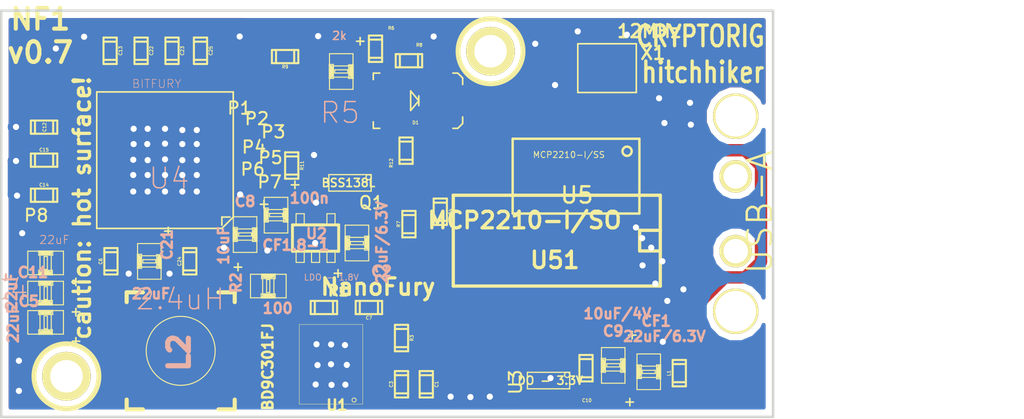
<source format=kicad_pcb>
(kicad_pcb (version 3) (host pcbnew "(2013-07-07 BZR 4022)-stable")
  (title_block (title "NanoFury NF1") (rev 0.5))
  (layers (15 F.Cu power) (0 B.Cu power hide) (19 F.Paste user) (21 F.SilkS user) (22 B.Mask user) (23 F.Mask user) (28 Edge.Cuts user))
  (net 0 "")
  (net 1 /INMISO)
  (net 2 /INMOSI)
  (net 3 /INSCK)
  (net 4 /LED)
  (net 5 /MISO)
  (net 6 /MOSI)
  (net 7 /OMISO)
  (net 8 /OMOSI)
  (net 9 /OSC1)
  (net 10 /OSC2)
  (net 11 /OSCK)
  (net 12 /OUTCLK)
  (net 13 /SCK)
  (net 14 /SCK_OVR)
  (net 15 0V8)
  (net 16 1.8V)
  (net 17 3.3V)
  (net 18 GND)
  (net 19 N-000001)
  (net 20 N-000002)
  (net 21 N-0000025)
  (net 22 N-0000027)
  (net 23 N-0000028)
  (net 24 N-0000032)
  (net 25 USB_5V)
  (net 26 USB_DM)
  (net 27 USB_DP)
  (net 28 V_EN)
  (module SSOP-20 (layer F.Cu) (at 133.2992 81.5848 180)
    (fp_text reference U5 (at 2.87 -4.77 180) (layer F.SilkS) (effects (font (size 1.00076 1.00076) (thickness 0.14986))))
    (fp_text value MCP2210-I/SS (at 3.3655 -2.286 180) (layer F.SilkS) (effects (font (size 0.381 0.381) (thickness 0.0508))))
    (pad 7 smd rect (at 3.9 0 180) (size 0.4064 1.651) (layers F.Cu F.Paste F.Mask))
    (pad 8 smd rect (at 4.55 0 180) (size 0.4064 1.651) (layers F.Cu F.Paste F.Mask))
    (pad 9 smd rect (at 5.2 0 180) (size 0.4064 1.651) (layers F.Cu F.Paste F.Mask) (net 6 /MOSI))
    (pad 10 smd rect (at 5.85 0 180) (size 0.4064 1.651) (layers F.Cu F.Paste F.Mask))
    (pad 17 smd rect (at 1.95 -7.2 180) (size 0.4064 1.651) (layers F.Cu F.Paste F.Mask) (net 17 3.3V))
    (pad 4 smd rect (at 1.95 0 180) (size 0.4064 1.651) (layers F.Cu F.Paste F.Mask) (net 17 3.3V))
    (pad 5 smd rect (at 2.6 0 180) (size 0.4064 1.651) (layers F.Cu F.Paste F.Mask) (net 4 /LED))
    (pad 6 smd rect (at 3.25 0 180) (size 0.4064 1.651) (layers F.Cu F.Paste F.Mask))
    (pad 11 smd rect (at 5.85 -7.2 180) (size 0.4064 1.651) (layers F.Cu F.Paste F.Mask) (net 13 /SCK))
    (pad 12 smd rect (at 5.2 -7.2 180) (size 0.4064 1.651) (layers F.Cu F.Paste F.Mask) (net 14 /SCK_OVR))
    (pad 13 smd rect (at 4.55 -7.2 180) (size 0.4064 1.651) (layers F.Cu F.Paste F.Mask) (net 5 /MISO))
    (pad 14 smd rect (at 3.9 -7.2 180) (size 0.4064 1.651) (layers F.Cu F.Paste F.Mask) (net 28 V_EN))
    (pad 15 smd rect (at 3.25 -7.2 180) (size 0.4064 1.651) (layers F.Cu F.Paste F.Mask))
    (pad 16 smd rect (at 2.6 -7.2 180) (size 0.4064 1.651) (layers F.Cu F.Paste F.Mask))
    (pad 18 smd rect (at 1.3 -7.2 180) (size 0.4064 1.651) (layers F.Cu F.Paste F.Mask) (net 26 USB_DM))
    (pad 19 smd rect (at 0.65 -7.2 180) (size 0.4064 1.651) (layers F.Cu F.Paste F.Mask) (net 27 USB_DP))
    (pad 20 smd rect (at 0 -7.2 180) (size 0.4064 1.651) (layers F.Cu F.Paste F.Mask) (net 18 GND))
    (pad 1 smd rect (at 0 0 180) (size 0.4064 1.651) (layers F.Cu F.Paste F.Mask) (net 17 3.3V))
    (pad 2 smd rect (at 0.65 0 180) (size 0.4064 1.651) (layers F.Cu F.Paste F.Mask) (net 9 /OSC1))
    (pad 3 smd rect (at 1.3 0 180) (size 0.4064 1.651) (layers F.Cu F.Paste F.Mask) (net 10 /OSC2))
  )
  (module SOT23-5 (layer F.Cu) (at 114.34572 88.99398)
    (fp_text reference U2 (at 0.05588 -0.27178) (layer B.SilkS) (effects (font (size 0.635 0.635) (thickness 0.1524))))
    (fp_text value "LDO - 1.8V" (at 0.97028 2.42062) (layer B.SilkS) (effects (font (size 0.381 0.381) (thickness 0.0508))))
    (pad 1 smd rect (at -0.94996 1.29794) (size 0.54864 1.19888) (layers F.Cu F.Paste F.Mask) (net 25 USB_5V))
    (pad 2 smd rect (at 0 1.29794) (size 0.54864 1.19888) (layers F.Cu F.Paste F.Mask) (net 18 GND))
    (pad 3 smd rect (at 0.94996 1.29794) (size 0.54864 1.19888) (layers F.Cu F.Paste F.Mask) (net 28 V_EN))
    (pad 4 smd rect (at 0.94996 -1.29794) (size 0.54864 1.19888) (layers F.Cu F.Paste F.Mask) (net 18 GND))
    (pad 5 smd rect (at -0.94996 -1.29794) (size 0.54864 1.19888) (layers F.Cu F.Paste F.Mask) (net 16 1.8V))
  )
  (module Hole2mm (layer F.Cu) (at 125.1136 77.5)
    (fp_text reference Hole2mm1 hide)
    (fp_text value P*** hide)
    (pad 1 thru_hole circle (at 0 0) (size 3 3) (drill 2) (layers *.Cu *.Mask F.SilkS))
  )
  (module Hole2mm (layer F.Cu) (at 99.0136 97.5)
    (fp_text reference Hole2mm hide)
    (fp_text value P*** hide)
    (pad 1 thru_hole circle (at 0 0) (size 3 3) (drill 2) (layers *.Cu *.Mask F.SilkS))
  )
  (module CSTCE_G15C (layer F.Cu) (at 132.2832 78.5368 180)
    (fp_text reference X1 (at -2.8194 0.9271 180) (layer F.SilkS) (effects (font (size 0.8 0.8))))
    (fp_text value 12MHz (at -2.5908 2.2733 180) (layer F.SilkS) (effects (font (size 0.8 0.8))))
    (pad 3 smd rect (at 1.2 0 180) (size 0.635 2) (layers F.Cu F.Paste F.Mask) (net 10 /OSC2))
    (pad 1 smd rect (at -1.2 0 180) (size 0.635 2) (layers F.Cu F.Paste F.Mask) (net 9 /OSC1))
    (pad 2 smd rect (at 0 0 180) (size 0.635 2) (layers F.Cu F.Paste F.Mask) (net 18 GND))
  )
  (module TP (layer F.Cu) (at 109.8296 81.0006)
    (fp_text reference P1 (at -0.1651 0) (layer F.SilkS) (effects (font (size 0.762 0.762) (thickness 0.11938))))
    (fp_text value TST hide)
    (pad 1 smd rect (at 0 0) (size 0.635 0.635) (layers F.Cu F.Paste F.Mask) (net 3 /INSCK))
  )
  (module TP (layer F.Cu) (at 110.6932 81.661)
    (fp_text reference P2 (at 0.0381 -0.0127) (layer F.SilkS) (effects (font (size 0.762 0.762) (thickness 0.11938))))
    (fp_text value TST hide)
    (pad 1 smd rect (at 0 0) (size 0.635 0.635) (layers F.Cu F.Paste F.Mask) (net 2 /INMOSI))
  )
  (module TP (layer F.Cu) (at 111.5568 82.423)
    (fp_text reference P3 (at 0.1905 0.0381) (layer F.SilkS) (effects (font (size 0.762 0.762) (thickness 0.11938))))
    (fp_text value TST hide)
    (pad 1 smd rect (at 0 0) (size 0.635 0.635) (layers F.Cu F.Paste F.Mask) (net 1 /INMISO))
  )
  (module TP (layer F.Cu) (at 110.57382 83.2866)
    (fp_text reference P4 (at -0.02032 0.1143) (layer F.SilkS) (effects (font (size 0.762 0.762) (thickness 0.11938))))
    (fp_text value TST hide)
    (pad 1 smd rect (at 0 0) (size 0.635 0.635) (layers F.Cu F.Paste F.Mask) (net 7 /OMISO))
  )
  (module TP (layer F.Cu) (at 111.5949 83.90382)
    (fp_text reference P5 (at -0.0254 0.14478) (layer F.SilkS) (effects (font (size 0.762 0.762) (thickness 0.11938))))
    (fp_text value TST hide)
    (pad 1 smd rect (at 0 0) (size 0.635 0.635) (layers F.Cu F.Paste F.Mask) (net 8 /OMOSI))
  )
  (module TP (layer F.Cu) (at 110.55858 84.61248)
    (fp_text reference P6 (at -0.08128 0.14732) (layer F.SilkS) (effects (font (size 0.762 0.762) (thickness 0.11938))))
    (fp_text value TST hide)
    (pad 1 smd rect (at 0 0) (size 0.635 0.635) (layers F.Cu F.Paste F.Mask) (net 11 /OSCK))
  )
  (module TP (layer F.Cu) (at 98.38944 88.06688)
    (fp_text reference P8 (at -1.23444 -0.46228) (layer F.SilkS) (effects (font (size 0.762 0.762) (thickness 0.11938))))
    (fp_text value TST hide)
    (pad 1 smd rect (at 0 0) (size 0.635 0.635) (layers F.Cu F.Paste F.Mask) (net 15 0V8))
  )
  (module TP (layer F.Cu) (at 111.57204 85.29066)
    (fp_text reference P7 (at -0.05334 0.25654) (layer F.SilkS) (effects (font (size 0.762 0.762) (thickness 0.11938))))
    (fp_text value TST hide)
    (pad 1 smd rect (at 0 0) (size 0.635 0.635) (layers F.Cu F.Paste F.Mask) (net 12 /OUTCLK))
  )
  (module 0805 (layer F.Cu) (at 97.7392 90.5256 180)
    (fp_text reference C4 (at 2.286 -1.651 180) (layer B.SilkS) (effects (font (size 1.27 1.27) (thickness 0.0889))))
    (fp_text value 22uF (at -0.5334 1.4224 180) (layer B.SilkS) (effects (font (size 0.508 0.508) (thickness 0.0508))))
    (pad 1 smd rect (at -0.89916 0 180) (size 1.09982 1.4986) (layers F.Cu F.Paste F.Mask) (net 15 0V8))
    (pad 2 smd rect (at 0.89916 0 180) (size 1.09982 1.4986) (layers F.Cu F.Paste F.Mask) (net 18 GND))
  )
  (module 0805 (layer F.Cu) (at 115.9256 78.74 270)
    (fp_text reference R5 (at 2.54 0.0762 360) (layer B.SilkS) (effects (font (size 1.27 1.27) (thickness 0.0889))))
    (fp_text value 2k (at -2.1971 0.1143 360) (layer B.SilkS) (effects (font (size 0.508 0.508) (thickness 0.0889))))
    (pad 1 smd rect (at -0.89916 0 270) (size 1.09982 1.4986) (layers F.Cu F.Paste F.Mask) (net 3 /INSCK))
    (pad 2 smd rect (at 0.89916 0 270) (size 1.09982 1.4986) (layers F.Cu F.Paste F.Mask) (net 14 /SCK_OVR))
  )
  (module HTSOP-J8 (layer F.Cu) (at 117.2464 99.2124 90)
    (fp_text reference U1 (at -0.0635 -1.5875 180) (layer F.SilkS) (effects (font (size 0.635 0.635) (thickness 0.1524))))
    (fp_text value BD9C301FJ (at 2.2987 -5.842 90) (layer F.SilkS) (effects (font (size 0.635 0.635) (thickness 0.1524))))
    (pad 4 smd rect (at 4.355 0.725 90) (size 0.55 1.2) (layers F.Cu F.Paste F.Mask) (net 19 N-000001))
    (pad 1 smd rect (at 0.545 0.725 90) (size 0.55 1.2) (layers F.Cu F.Paste F.Mask) (net 18 GND))
    (pad 2 smd rect (at 1.815 0.725 90) (size 0.55 1.2) (layers F.Cu F.Paste F.Mask) (net 25 USB_5V))
    (pad 3 smd rect (at 3.085 0.725 90) (size 0.55 1.2) (layers F.Cu F.Paste F.Mask) (net 18 GND))
    (pad 6 smd rect (at 3.085 -4.625 90) (size 0.55 1.2) (layers F.Cu F.Paste F.Mask) (net 28 V_EN))
    (pad 7 smd rect (at 1.815 -4.625 90) (size 0.55 1.2) (layers F.Cu F.Paste F.Mask) (net 20 N-000002))
    (pad 8 smd rect (at 0.545 -4.625 90) (size 0.55 1.2) (layers F.Cu F.Paste F.Mask) (net 20 N-000002))
    (pad 5 smd rect (at 4.355 -4.625 90) (size 0.55 1.2) (layers F.Cu F.Paste F.Mask) (net 23 N-0000028))
    (pad 9 smd rect (at 2.45 -1.95 90) (size 3.6 2.8) (layers F.Cu F.Paste F.Mask) (net 18 GND))
  )
  (module 2PLCC (layer F.Cu) (at 120.4976 80.5434 180)
    (fp_text reference D1 (at 0 -1.3462 180) (layer F.SilkS) (effects (font (size 0.20066 0.20066) (thickness 0.04064))))
    (fp_text value LED hide)
    (pad 1 smd rect (at 1.5 0 180) (size 1.5 2.6) (layers F.Cu F.Paste F.Mask) (net 21 N-0000025))
    (pad 2 smd rect (at -1.5 0 180) (size 1.5 2.6) (layers F.Cu F.Paste F.Mask) (net 18 GND))
  )
  (module 0603 (layer F.Cu) (at 119.9134 83.6168 270)
    (fp_text reference R12 (at 0.762 0.9144 270) (layer F.SilkS) (effects (font (size 0.20066 0.20066) (thickness 0.04064))))
    (fp_text value 1k hide)
    (pad 1 smd rect (at 0.75184 0 270) (size 0.89916 1.00076) (layers F.Cu F.Paste F.Mask) (net 4 /LED))
    (pad 2 smd rect (at -0.75184 0 270) (size 0.89916 1.00076) (layers F.Cu F.Paste F.Mask) (net 21 N-0000025))
  )
  (module 0603 (layer F.Cu) (at 130.9878 97.0026 90)
    (fp_text reference C10 (at -1.9812 0.0508 180) (layer F.SilkS) (effects (font (size 0.20066 0.20066) (thickness 0.04064))))
    (fp_text value 100n hide)
    (pad 1 smd rect (at 0.75184 0 90) (size 0.89916 1.00076) (layers F.Cu F.Paste F.Mask) (net 17 3.3V))
    (pad 2 smd rect (at -0.75184 0 90) (size 0.89916 1.00076) (layers F.Cu F.Paste F.Mask) (net 18 GND))
  )
  (module 0603 (layer F.Cu) (at 118.0338 77.343 90)
    (fp_text reference R6 (at 1.27 0.9652 180) (layer F.SilkS) (effects (font (size 0.20066 0.20066) (thickness 0.04064))))
    (fp_text value 2k hide)
    (pad 1 smd rect (at 0.75184 0 90) (size 0.89916 1.00076) (layers F.Cu F.Paste F.Mask) (net 18 GND))
    (pad 2 smd rect (at -0.75184 0 90) (size 0.89916 1.00076) (layers F.Cu F.Paste F.Mask) (net 2 /INMOSI))
  )
  (module 0603 (layer F.Cu) (at 112.4712 77.8256 180)
    (fp_text reference R9 (at 0 -0.635 180) (layer F.SilkS) (effects (font (size 0.20066 0.20066) (thickness 0.04064))))
    (fp_text value 2k hide)
    (pad 1 smd rect (at 0.75184 0 180) (size 0.89916 1.00076) (layers F.Cu F.Paste F.Mask) (net 18 GND))
    (pad 2 smd rect (at -0.75184 0 180) (size 0.89916 1.00076) (layers F.Cu F.Paste F.Mask) (net 3 /INSCK))
  )
  (module 0603 (layer F.Cu) (at 120.0912 78.0796)
    (fp_text reference R8 (at 0.635 -0.9652) (layer F.SilkS) (effects (font (size 0.20066 0.20066) (thickness 0.04064))))
    (fp_text value 2K hide)
    (pad 1 smd rect (at 0.75184 0) (size 0.89916 1.00076) (layers F.Cu F.Paste F.Mask) (net 6 /MOSI))
    (pad 2 smd rect (at -0.75184 0) (size 0.89916 1.00076) (layers F.Cu F.Paste F.Mask) (net 2 /INMOSI))
  )
  (module 0603 (layer F.Cu) (at 121.158 97.9932 270)
    (fp_text reference C1 (at 0 -0.635 270) (layer F.SilkS) (effects (font (size 0.20066 0.20066) (thickness 0.04064))))
    (fp_text value 100nF hide)
    (pad 1 smd rect (at 0.75184 0 270) (size 0.89916 1.00076) (layers F.Cu F.Paste F.Mask) (net 18 GND))
    (pad 2 smd rect (at -0.75184 0 270) (size 0.89916 1.00076) (layers F.Cu F.Paste F.Mask) (net 25 USB_5V))
  )
  (module 0603 (layer F.Cu) (at 136.7282 97.3074 90)
    (fp_text reference L1 (at 0 -0.635 90) (layer F.SilkS) (effects (font (size 0.20066 0.20066) (thickness 0.04064))))
    (fp_text value 10R@100MHz hide)
    (pad 1 smd rect (at 0.75184 0 90) (size 0.89916 1.00076) (layers F.Cu F.Paste F.Mask) (net 24 N-0000032))
    (pad 2 smd rect (at -0.75184 0 90) (size 0.89916 1.00076) (layers F.Cu F.Paste F.Mask) (net 25 USB_5V))
  )
  (module 0603 (layer F.Cu) (at 122.0216 87.376 270)
    (fp_text reference R4 (at 0 -0.635 270) (layer F.SilkS) (effects (font (size 0.20066 0.20066) (thickness 0.04064))))
    (fp_text value 2k hide)
    (pad 1 smd rect (at 0.75184 0 270) (size 0.89916 1.00076) (layers F.Cu F.Paste F.Mask) (net 5 /MISO))
    (pad 2 smd rect (at -0.75184 0 270) (size 0.89916 1.00076) (layers F.Cu F.Paste F.Mask) (net 17 3.3V))
  )
  (module 0603 (layer F.Cu) (at 119.634 95.1484 270)
    (fp_text reference R3 (at 0 -0.635 270) (layer F.SilkS) (effects (font (size 0.20066 0.20066) (thickness 0.04064))))
    (fp_text value 2.4k hide)
    (pad 1 smd rect (at 0.75184 0 270) (size 0.89916 1.00076) (layers F.Cu F.Paste F.Mask) (net 18 GND))
    (pad 2 smd rect (at -0.75184 0 270) (size 0.89916 1.00076) (layers F.Cu F.Paste F.Mask) (net 19 N-000001))
  )
  (module 0603 (layer F.Cu) (at 114.8588 93.2688)
    (fp_text reference R1 (at 0.889 -1.0287) (layer F.SilkS) (effects (font (size 0.635 0.635) (thickness 0.1524))))
    (fp_text value 13k hide)
    (pad 1 smd rect (at 0.75184 0) (size 0.89916 1.00076) (layers F.Cu F.Paste F.Mask) (net 22 N-0000027))
    (pad 2 smd rect (at -0.75184 0) (size 0.89916 1.00076) (layers F.Cu F.Paste F.Mask) (net 23 N-0000028))
  )
  (module 0603 (layer F.Cu) (at 107.2642 77.47 270)
    (fp_text reference C25 (at 0 -0.635 270) (layer F.SilkS) (effects (font (size 0.20066 0.20066) (thickness 0.04064))))
    (fp_text value 100nF hide)
    (pad 1 smd rect (at 0.75184 0 270) (size 0.89916 1.00076) (layers F.Cu F.Paste F.Mask) (net 15 0V8))
    (pad 2 smd rect (at -0.75184 0 270) (size 0.89916 1.00076) (layers F.Cu F.Paste F.Mask) (net 18 GND))
  )
  (module 0603 (layer F.Cu) (at 106.6038 90.424 90)
    (fp_text reference C24 (at 0 -0.635 90) (layer F.SilkS) (effects (font (size 0.20066 0.20066) (thickness 0.04064))))
    (fp_text value 100nF hide)
    (pad 1 smd rect (at 0.75184 0 90) (size 0.89916 1.00076) (layers F.Cu F.Paste F.Mask) (net 15 0V8))
    (pad 2 smd rect (at -0.75184 0 90) (size 0.89916 1.00076) (layers F.Cu F.Paste F.Mask) (net 18 GND))
  )
  (module 0603 (layer F.Cu) (at 105.5116 77.47 270)
    (fp_text reference C23 (at 0 -0.635 270) (layer F.SilkS) (effects (font (size 0.20066 0.20066) (thickness 0.04064))))
    (fp_text value 100nF hide)
    (pad 1 smd rect (at 0.75184 0 270) (size 0.89916 1.00076) (layers F.Cu F.Paste F.Mask) (net 15 0V8))
    (pad 2 smd rect (at -0.75184 0 270) (size 0.89916 1.00076) (layers F.Cu F.Paste F.Mask) (net 18 GND))
  )
  (module 0603 (layer F.Cu) (at 103.6066 77.47 270)
    (fp_text reference C22 (at 0 -0.635 270) (layer F.SilkS) (effects (font (size 0.20066 0.20066) (thickness 0.04064))))
    (fp_text value 100nF hide)
    (pad 1 smd rect (at 0.75184 0 270) (size 0.89916 1.00076) (layers F.Cu F.Paste F.Mask) (net 15 0V8))
    (pad 2 smd rect (at -0.75184 0 270) (size 0.89916 1.00076) (layers F.Cu F.Paste F.Mask) (net 18 GND))
  )
  (module 0603 (layer F.Cu) (at 97.6376 84.201)
    (fp_text reference C15 (at 0 -0.635) (layer F.SilkS) (effects (font (size 0.20066 0.20066) (thickness 0.04064))))
    (fp_text value 100nF hide)
    (pad 1 smd rect (at 0.75184 0) (size 0.89916 1.00076) (layers F.Cu F.Paste F.Mask) (net 15 0V8))
    (pad 2 smd rect (at -0.75184 0) (size 0.89916 1.00076) (layers F.Cu F.Paste F.Mask) (net 18 GND))
  )
  (module 0603 (layer F.Cu) (at 97.6376 86.36)
    (fp_text reference C14 (at 0 -0.635) (layer F.SilkS) (effects (font (size 0.20066 0.20066) (thickness 0.04064))))
    (fp_text value 100nF hide)
    (pad 1 smd rect (at 0.75184 0) (size 0.89916 1.00076) (layers F.Cu F.Paste F.Mask) (net 15 0V8))
    (pad 2 smd rect (at -0.75184 0) (size 0.89916 1.00076) (layers F.Cu F.Paste F.Mask) (net 18 GND))
  )
  (module 0603 (layer F.Cu) (at 101.7016 77.47 270)
    (fp_text reference C13 (at 0 -0.635 270) (layer F.SilkS) (effects (font (size 0.20066 0.20066) (thickness 0.04064))))
    (fp_text value 100nF hide)
    (pad 1 smd rect (at 0.75184 0 270) (size 0.89916 1.00076) (layers F.Cu F.Paste F.Mask) (net 15 0V8))
    (pad 2 smd rect (at -0.75184 0 270) (size 0.89916 1.00076) (layers F.Cu F.Paste F.Mask) (net 18 GND))
  )
  (module 0603 (layer F.Cu) (at 97.6376 82.169)
    (fp_text reference C12 (at 0.0254 0 90) (layer F.SilkS) (effects (font (size 0.20066 0.20066) (thickness 0.04064))))
    (fp_text value 100nF hide)
    (pad 1 smd rect (at 0.75184 0) (size 0.89916 1.00076) (layers F.Cu F.Paste F.Mask) (net 15 0V8))
    (pad 2 smd rect (at -0.75184 0) (size 0.89916 1.00076) (layers F.Cu F.Paste F.Mask) (net 18 GND))
  )
  (module 0603 (layer F.Cu) (at 117.6274 93.2688 180)
    (fp_text reference C7 (at 0 -0.635 180) (layer F.SilkS) (effects (font (size 0.20066 0.20066) (thickness 0.04064))))
    (fp_text value 1.1n hide)
    (pad 1 smd rect (at 0.75184 0 180) (size 0.89916 1.00076) (layers F.Cu F.Paste F.Mask) (net 22 N-0000027))
    (pad 2 smd rect (at -0.75184 0 180) (size 0.89916 1.00076) (layers F.Cu F.Paste F.Mask) (net 18 GND))
  )
  (module 0603 (layer F.Cu) (at 101.7524 90.424 90)
    (fp_text reference C6 (at 0 -0.635 90) (layer F.SilkS) (effects (font (size 0.20066 0.20066) (thickness 0.04064))))
    (fp_text value 100nF hide)
    (pad 1 smd rect (at 0.75184 0 90) (size 0.89916 1.00076) (layers F.Cu F.Paste F.Mask) (net 15 0V8))
    (pad 2 smd rect (at -0.75184 0 90) (size 0.89916 1.00076) (layers F.Cu F.Paste F.Mask) (net 18 GND))
  )
  (module 0603 (layer F.Cu) (at 119.634 97.9932 90)
    (fp_text reference C3 (at 0 -0.635 90) (layer F.SilkS) (effects (font (size 0.20066 0.20066) (thickness 0.04064))))
    (fp_text value 100nF hide)
    (pad 1 smd rect (at 0.75184 0 90) (size 0.89916 1.00076) (layers F.Cu F.Paste F.Mask) (net 25 USB_5V))
    (pad 2 smd rect (at -0.75184 0 90) (size 0.89916 1.00076) (layers F.Cu F.Paste F.Mask) (net 18 GND))
  )
  (module 0603 (layer F.Cu) (at 120.0912 88.138 90)
    (fp_text reference R7 (at 0 -0.635 90) (layer F.SilkS) (effects (font (size 0.20066 0.20066) (thickness 0.04064))))
    (fp_text value 1k hide)
    (pad 1 smd rect (at 0.75184 0 90) (size 0.89916 1.00076) (layers F.Cu F.Paste F.Mask) (net 14 /SCK_OVR))
    (pad 2 smd rect (at -0.75184 0 90) (size 0.89916 1.00076) (layers F.Cu F.Paste F.Mask) (net 13 /SCK))
  )
  (module 0603 (layer F.Cu) (at 112.8776 84.5312 270)
    (fp_text reference R11 (at 0 -0.635 270) (layer F.SilkS) (effects (font (size 0.20066 0.20066) (thickness 0.04064))))
    (fp_text value 1k hide)
    (pad 1 smd rect (at 0.75184 0 270) (size 0.89916 1.00076) (layers F.Cu F.Paste F.Mask) (net 12 /OUTCLK))
    (pad 2 smd rect (at -0.75184 0 270) (size 0.89916 1.00076) (layers F.Cu F.Paste F.Mask) (net 18 GND))
  )
  (module SOT23 (layer F.Cu) (at 116.4336 85.598 180)
    (fp_text reference Q1 (at -1.3462 -1.2192 180) (layer F.SilkS) (effects (font (size 0.762 0.762) (thickness 0.11938))))
    (fp_text value BSS138L (at 0.0635 0 180) (layer F.SilkS) (effects (font (size 0.50038 0.50038) (thickness 0.09906))))
    (pad 3 smd rect (at 0 -1.09982 180) (size 0.8001 1.00076) (layers F.Cu F.Paste F.Mask) (net 5 /MISO))
    (pad 2 smd rect (at 0.9525 1.09982 180) (size 0.8001 1.00076) (layers F.Cu F.Paste F.Mask) (net 1 /INMISO))
    (pad 1 smd rect (at -0.9525 1.09982 180) (size 0.8001 1.00076) (layers F.Cu F.Paste F.Mask) (net 16 1.8V))
  )
  (module 0805 (layer F.Cu) (at 104.1146 90.424 270)
    (fp_text reference C21 (at -1.016 -1.0922 270) (layer B.SilkS) (effects (font (size 0.635 0.635) (thickness 0.15875))))
    (fp_text value 22uF (at 2 -0.1 360) (layer B.SilkS) (effects (font (size 0.635 0.635) (thickness 0.1524))))
    (pad 1 smd rect (at -0.89916 0 270) (size 1.09982 1.4986) (layers F.Cu F.Paste F.Mask) (net 15 0V8))
    (pad 2 smd rect (at 0.89916 0 270) (size 1.09982 1.4986) (layers F.Cu F.Paste F.Mask) (net 18 GND))
  )
  (module 0805 (layer F.Cu) (at 97.7392 92.3798 180)
    (fp_text reference C11 (at 0.7874 1.27 180) (layer B.SilkS) (effects (font (size 0.635 0.635) (thickness 0.15875))))
    (fp_text value 22uF (at 2.0955 0.0762 270) (layer B.SilkS) (effects (font (size 0.635 0.635) (thickness 0.1524))))
    (pad 1 smd rect (at -0.89916 0 180) (size 1.09982 1.4986) (layers F.Cu F.Paste F.Mask) (net 15 0V8))
    (pad 2 smd rect (at 0.89916 0 180) (size 1.09982 1.4986) (layers F.Cu F.Paste F.Mask) (net 18 GND))
  )
  (module 0805 (layer F.Cu) (at 97.7392 94.1832 180)
    (fp_text reference C5 (at 1.0414 1.2954 180) (layer B.SilkS) (effects (font (size 0.635 0.635) (thickness 0.15875))))
    (fp_text value 22uF (at 2 -0.1 270) (layer B.SilkS) (effects (font (size 0.635 0.635) (thickness 0.1524))))
    (pad 1 smd rect (at -0.89916 0 180) (size 1.09982 1.4986) (layers F.Cu F.Paste F.Mask) (net 15 0V8))
    (pad 2 smd rect (at 0.89916 0 180) (size 1.09982 1.4986) (layers F.Cu F.Paste F.Mask) (net 18 GND))
  )
  (module 0805 (layer F.Cu) (at 111.4298 91.948)
    (fp_text reference R2 (at -1.9812 -0.2032 90) (layer B.SilkS) (effects (font (size 0.635 0.635) (thickness 0.15875))))
    (fp_text value 100 (at 0.5842 1.3716) (layer B.SilkS) (effects (font (size 0.635 0.635) (thickness 0.1524))))
    (pad 1 smd rect (at -0.89916 0) (size 1.09982 1.4986) (layers F.Cu F.Paste F.Mask) (net 15 0V8))
    (pad 2 smd rect (at 0.89916 0) (size 1.09982 1.4986) (layers F.Cu F.Paste F.Mask) (net 19 N-000001))
  )
  (module 0805 (layer F.Cu) (at 116.8908 89.3064 90)
    (fp_text reference C2 (at -1.7399 1.5113 180) (layer B.SilkS) (effects (font (size 0.635 0.635) (thickness 0.15875))))
    (fp_text value 22uF/6.3V (at 0.0508 1.5367 90) (layer B.SilkS) (effects (font (size 0.635 0.635) (thickness 0.1524))))
    (pad 1 smd rect (at -0.89916 0 90) (size 1.09982 1.4986) (layers F.Cu F.Paste F.Mask) (net 25 USB_5V))
    (pad 2 smd rect (at 0.89916 0 90) (size 1.09982 1.4986) (layers F.Cu F.Paste F.Mask) (net 18 GND))
  )
  (module 0805 (layer F.Cu) (at 134.8486 97.2312 90)
    (fp_text reference CF1 (at 3.1242 0.4572 180) (layer B.SilkS) (effects (font (size 0.635 0.635) (thickness 0.15875))))
    (fp_text value 22uF/6.3V (at 2.1844 0.9652 180) (layer B.SilkS) (effects (font (size 0.635 0.635) (thickness 0.1524))))
    (pad 1 smd rect (at -0.89916 0 90) (size 1.09982 1.4986) (layers F.Cu F.Paste F.Mask) (net 25 USB_5V))
    (pad 2 smd rect (at 0.89916 0 90) (size 1.09982 1.4986) (layers F.Cu F.Paste F.Mask) (net 18 GND))
  )
  (module 0805 (layer F.Cu) (at 110.0074 88.773 270)
    (fp_text reference C8 (at -2.032 0 360) (layer B.SilkS) (effects (font (size 0.635 0.635) (thickness 0.15875))))
    (fp_text value 10uF (at 0.6858 1.3208 270) (layer B.SilkS) (effects (font (size 0.635 0.635) (thickness 0.1524))))
    (pad 1 smd rect (at -0.89916 0 270) (size 1.09982 1.4986) (layers F.Cu F.Paste F.Mask) (net 16 1.8V))
    (pad 2 smd rect (at 0.89916 0 270) (size 1.09982 1.4986) (layers F.Cu F.Paste F.Mask) (net 18 GND))
  )
  (module 0805 (layer F.Cu) (at 132.6642 96.8248 270)
    (fp_text reference C9 (at -2.1 0 360) (layer B.SilkS) (effects (font (size 0.635 0.635) (thickness 0.15875))))
    (fp_text value 10uF/4V (at -3.175 -0.254 360) (layer B.SilkS) (effects (font (size 0.635 0.635) (thickness 0.1524))))
    (pad 1 smd rect (at -0.89916 0 270) (size 1.09982 1.4986) (layers F.Cu F.Paste F.Mask) (net 17 3.3V))
    (pad 2 smd rect (at 0.89916 0 270) (size 1.09982 1.4986) (layers F.Cu F.Paste F.Mask) (net 18 GND))
  )
  (module 0805 (layer F.Cu) (at 111.9124 87.5792 270)
    (fp_text reference CF1.8-1 (at 1.8542 -1.2192 360) (layer B.SilkS) (effects (font (size 0.635 0.635) (thickness 0.15875))))
    (fp_text value 100n (at -1.0414 -2.0574 360) (layer B.SilkS) (effects (font (size 0.635 0.635) (thickness 0.1524))))
    (pad 1 smd rect (at -0.89916 0 270) (size 1.09982 1.4986) (layers F.Cu F.Paste F.Mask) (net 16 1.8V))
    (pad 2 smd rect (at 0.89916 0 270) (size 1.09982 1.4986) (layers F.Cu F.Paste F.Mask) (net 18 GND))
  )
  (module CNC-1001-011-01101 (layer F.Cu) (at 140.2 87.5 270)
    (fp_text reference CN1 hide)
    (fp_text value USB-A (at -0.0986 -1.4939 270) (layer F.SilkS) (effects (font (size 1.5 1.5))))
    (pad 5 smd rect (at 3.5 2.8 270) (size 1.1 2.3) (layers F.Cu F.Paste F.Mask) (net 18 GND))
    (pad 3 smd rect (at 1 2.8 270) (size 1.1 2.3) (layers F.Cu F.Paste F.Mask) (net 27 USB_DP))
    (pad 1 smd rect (at -3.5 2.8 270) (size 1.1 2.3) (layers F.Cu F.Paste F.Mask) (net 24 N-0000032))
    (pad "" thru_hole circle (at -6 0 270) (size 2.8 2.8) (drill 2.5) (layers *.Cu *.Mask F.SilkS))
    (pad "" thru_hole circle (at 6 0 270) (size 2.8 2.8) (drill 2.5) (layers *.Cu *.Mask F.SilkS))
    (pad "" thru_hole circle (at -2.3 0 270) (size 2 2) (drill 1.5) (layers *.Cu *.Mask F.SilkS))
    (pad "" thru_hole circle (at 2.3 0 270) (size 2 2) (drill 1.5) (layers *.Cu *.Mask F.SilkS))
    (pad 2 smd rect (at -1 2.8 270) (size 1.1 2.3) (layers F.Cu F.Paste F.Mask) (net 26 USB_DM))
  )
  (module QFN48 (layer F.Cu) (at 105.0798 84.201 180)
    (fp_text reference U4 (at -0.254 -1.1176 180) (layer B.SilkS) (effects (font (size 1.27 1.27) (thickness 0.0889))))
    (fp_text value BITFURY (at 0.508 4.699 180) (layer B.SilkS) (effects (font (size 0.508 0.508) (thickness 0.0381))))
    (pad 13 smd rect (at -2.75 3.55 180) (size 0.3 1) (layers F.Cu F.Paste F.Mask) (net 15 0V8))
    (pad 25 smd rect (at 3.55 2.75 180) (size 1 0.3) (layers F.Cu F.Paste F.Mask) (net 15 0V8))
    (pad 26 smd rect (at 3.55 2.25 180) (size 1 0.3) (layers F.Cu F.Paste F.Mask) (net 15 0V8))
    (pad 28 smd rect (at 3.55 1.25 180) (size 1 0.3) (layers F.Cu F.Paste F.Mask) (net 15 0V8))
    (pad 27 smd rect (at 3.55 1.75 180) (size 1 0.3) (layers F.Cu F.Paste F.Mask) (net 15 0V8))
    (pad 29 smd rect (at 3.55 0.75 180) (size 1 0.3) (layers F.Cu F.Paste F.Mask) (net 15 0V8))
    (pad 30 smd rect (at 3.55 0.25 180) (size 1 0.3) (layers F.Cu F.Paste F.Mask) (net 15 0V8))
    (pad 36 smd rect (at 3.55 -2.75 180) (size 1 0.3) (layers F.Cu F.Paste F.Mask) (net 15 0V8))
    (pad 35 smd rect (at 3.55 -2.25 180) (size 1 0.3) (layers F.Cu F.Paste F.Mask) (net 15 0V8))
    (pad 33 smd rect (at 3.55 -1.25 180) (size 1 0.3) (layers F.Cu F.Paste F.Mask) (net 15 0V8))
    (pad 34 smd rect (at 3.55 -1.75 180) (size 1 0.3) (layers F.Cu F.Paste F.Mask) (net 15 0V8))
    (pad 32 smd rect (at 3.55 -0.75 180) (size 1 0.3) (layers F.Cu F.Paste F.Mask) (net 15 0V8))
    (pad 31 smd rect (at 3.55 -0.25 180) (size 1 0.3) (layers F.Cu F.Paste F.Mask) (net 15 0V8))
    (pad 1 smd rect (at -3.55 -2.75 180) (size 1 0.3) (layers F.Cu F.Paste F.Mask) (net 18 GND))
    (pad 3 smd rect (at -3.55 -1.748 180) (size 1 0.3) (layers F.Cu F.Paste F.Mask) (net 18 GND))
    (pad 2 smd rect (at -3.55 -2.25 180) (size 1 0.3) (layers F.Cu F.Paste F.Mask) (net 18 GND))
    (pad 5 smd rect (at -3.55 -0.75 180) (size 1 0.3) (layers F.Cu F.Paste F.Mask) (net 12 /OUTCLK))
    (pad 6 smd rect (at -3.55 -0.25 180) (size 1 0.3) (layers F.Cu F.Paste F.Mask) (net 11 /OSCK))
    (pad 4 smd rect (at -3.55 -1.25 180) (size 1 0.3) (layers F.Cu F.Paste F.Mask) (net 16 1.8V))
    (pad 10 smd rect (at -3.55 1.75 180) (size 1 0.3) (layers F.Cu F.Paste F.Mask) (net 2 /INMOSI))
    (pad 12 smd rect (at -3.55 2.75 180) (size 1 0.3) (layers F.Cu F.Paste F.Mask) (net 18 GND))
    (pad 11 smd rect (at -3.55 2.25 180) (size 1 0.3) (layers F.Cu F.Paste F.Mask) (net 3 /INSCK))
    (pad 8 smd rect (at -3.55 0.75 180) (size 1 0.3) (layers F.Cu F.Paste F.Mask) (net 7 /OMISO))
    (pad 9 smd rect (at -3.55 1.25 180) (size 1 0.3) (layers F.Cu F.Paste F.Mask) (net 1 /INMISO))
    (pad 7 smd rect (at -3.55 0.25 180) (size 1 0.3) (layers F.Cu F.Paste F.Mask) (net 8 /OMOSI))
    (pad 49 smd rect (at 0 0 180) (size 5 5) (layers F.Cu F.Mask) (net 18 GND))
    (pad 47 smd rect (at -2.25 -3.55 180) (size 0.3 1) (layers F.Cu F.Paste F.Mask) (net 15 0V8))
    (pad 48 smd rect (at -2.75 -3.55 180) (size 0.3 1) (layers F.Cu F.Paste F.Mask) (net 15 0V8))
    (pad 45 smd rect (at -1.25 -3.55 180) (size 0.3 1) (layers F.Cu F.Paste F.Mask) (net 15 0V8))
    (pad 44 smd rect (at -0.75 -3.55 180) (size 0.3 1) (layers F.Cu F.Paste F.Mask) (net 15 0V8))
    (pad 46 smd rect (at -1.75 -3.55 180) (size 0.3 1) (layers F.Cu F.Paste F.Mask) (net 15 0V8))
    (pad 39 smd rect (at 1.75 -3.55 180) (size 0.3 1) (layers F.Cu F.Paste F.Mask) (net 15 0V8))
    (pad 37 smd rect (at 2.75 -3.55 180) (size 0.3 1) (layers F.Cu F.Paste F.Mask) (net 15 0V8))
    (pad 38 smd rect (at 2.25 -3.55 180) (size 0.3 1) (layers F.Cu F.Paste F.Mask) (net 15 0V8))
    (pad 41 smd rect (at 0.75 -3.55 180) (size 0.3 1) (layers F.Cu F.Paste F.Mask) (net 15 0V8))
    (pad 40 smd rect (at 1.25 -3.55 180) (size 0.3 1) (layers F.Cu F.Paste F.Mask) (net 15 0V8))
    (pad 42 smd rect (at 0.25 -3.55 180) (size 0.3 1) (layers F.Cu F.Paste F.Mask) (net 15 0V8))
    (pad 43 smd rect (at -0.25 -3.55 180) (size 0.3 1) (layers F.Cu F.Paste F.Mask) (net 15 0V8))
    (pad 14 smd rect (at -2.25 3.55 180) (size 0.3 1) (layers F.Cu F.Paste F.Mask) (net 15 0V8))
    (pad 16 smd rect (at -1.25 3.55 180) (size 0.3 1) (layers F.Cu F.Paste F.Mask) (net 15 0V8))
    (pad 17 smd rect (at -0.75 3.55 180) (size 0.3 1) (layers F.Cu F.Paste F.Mask) (net 15 0V8))
    (pad 15 smd rect (at -1.75 3.55 180) (size 0.3 1) (layers F.Cu F.Paste F.Mask) (net 15 0V8))
    (pad 22 smd rect (at 1.75 3.55 180) (size 0.3 1) (layers F.Cu F.Paste F.Mask) (net 15 0V8))
    (pad 24 smd rect (at 2.75 3.55 180) (size 0.3 1) (layers F.Cu F.Paste F.Mask) (net 15 0V8))
    (pad 23 smd rect (at 2.25 3.55 180) (size 0.3 1) (layers F.Cu F.Paste F.Mask) (net 15 0V8))
    (pad 20 smd rect (at 0.75 3.55 180) (size 0.3 1) (layers F.Cu F.Paste F.Mask) (net 15 0V8))
    (pad 21 smd rect (at 1.25 3.55 180) (size 0.3 1) (layers F.Cu F.Paste F.Mask) (net 15 0V8))
    (pad 19 smd rect (at 0.25 3.55 180) (size 0.3 1) (layers F.Cu F.Paste F.Mask) (net 15 0V8))
    (pad 18 smd rect (at -0.25 3.55 180) (size 0.3 1) (layers F.Cu F.Paste F.Mask) (net 15 0V8))
    (pad 49 smd rect (at -1.125 -1.125 180) (size 2 2) (layers F.Cu F.Paste F.Mask) (net 18 GND))
    (pad 49 smd rect (at -1.125 1.125 180) (size 2 2) (layers F.Cu F.Paste F.Mask) (net 18 GND))
    (pad 49 smd rect (at 1.125 -1.125 180) (size 2 2) (layers F.Cu F.Paste F.Mask) (net 18 GND))
    (pad 49 smd rect (at 1.125 1.125 180) (size 2 2) (layers F.Cu F.Paste F.Mask) (net 18 GND))
  )
  (module SOT23 (layer F.Cu) (at 128.651 97.7646 180)
    (fp_text reference U3 (at 1.99898 -0.09906 270) (layer F.SilkS) (effects (font (size 0.762 0.762) (thickness 0.11938))))
    (fp_text value "LDO - 3.3V" (at 0.0635 0 180) (layer F.SilkS) (effects (font (size 0.50038 0.50038) (thickness 0.09906))))
    (pad 3 smd rect (at 0 -1.09982 180) (size 0.8001 1.00076) (layers F.Cu F.Paste F.Mask) (net 25 USB_5V))
    (pad 2 smd rect (at 0.9525 1.09982 180) (size 0.8001 1.00076) (layers F.Cu F.Paste F.Mask) (net 17 3.3V))
    (pad 1 smd rect (at -0.9525 1.09982 180) (size 0.8001 1.00076) (layers F.Cu F.Paste F.Mask) (net 18 GND))
  )
  (module 0630 (layer F.Cu) (at 106.045 95.9358 270)
    (fp_text reference L2 (at 0.1 0.1 270) (layer B.SilkS) (effects (font (size 1.27 1.27) (thickness 0.3175))))
    (fp_text value 2.4uH (at -3.175 0.0254 360) (layer B.SilkS) (effects (font (size 1.27 1.27) (thickness 0.0889))))
    (pad 1 smd rect (at 0 -2.35 270) (size 5.7 2.35) (layers F.Cu F.Paste F.Mask) (net 20 N-000002))
    (pad 2 smd rect (at 0 2.35 270) (size 5.7 2.35) (layers F.Cu F.Paste F.Mask) (net 15 0V8))
  )
  (module SOIC20 (layer F.Cu) (at 129.2098 89.154 180)
    (fp_text reference U51 (at 0.14 -1.2 180) (layer F.SilkS) (effects (font (size 1.016 1.016) (thickness 0.2032))))
    (fp_text value MCP2210-I/SO (at 2 1.25 180) (layer F.SilkS) (effects (font (size 1.016 1.016) (thickness 0.2032))))
    (pad 1 smd rect (at -5.715 4.7 180) (size 0.762 2) (layers F.Cu F.Paste F.Mask) (net 17 3.3V))
    (pad 2 smd rect (at -4.445 4.7 180) (size 0.762 2) (layers F.Cu F.Paste F.Mask) (net 9 /OSC1))
    (pad 3 smd rect (at -3.175 4.7 180) (size 0.762 2) (layers F.Cu F.Paste F.Mask) (net 10 /OSC2))
    (pad 4 smd rect (at -1.905 4.7 180) (size 0.762 2) (layers F.Cu F.Paste F.Mask) (net 17 3.3V))
    (pad 5 smd rect (at -0.635 4.7 180) (size 0.762 2) (layers F.Cu F.Paste F.Mask) (net 4 /LED))
    (pad 6 smd rect (at 0.635 4.7 180) (size 0.762 2) (layers F.Cu F.Paste F.Mask))
    (pad 7 smd rect (at 1.905 4.7 180) (size 0.762 2) (layers F.Cu F.Paste F.Mask))
    (pad 8 smd rect (at 3.175 4.7 180) (size 0.762 2) (layers F.Cu F.Paste F.Mask))
    (pad 9 smd rect (at 4.445 4.7 180) (size 0.762 2) (layers F.Cu F.Paste F.Mask) (net 6 /MOSI))
    (pad 10 smd rect (at 5.715 4.7 180) (size 0.762 2) (layers F.Cu F.Paste F.Mask))
    (pad 20 smd rect (at -5.715 -4.7 180) (size 0.762 2) (layers F.Cu F.Paste F.Mask) (net 18 GND))
    (pad 19 smd rect (at -4.445 -4.7 180) (size 0.762 2) (layers F.Cu F.Paste F.Mask) (net 27 USB_DP))
    (pad 18 smd rect (at -3.175 -4.7 180) (size 0.762 2) (layers F.Cu F.Paste F.Mask) (net 26 USB_DM))
    (pad 17 smd rect (at -1.905 -4.7 180) (size 0.762 2) (layers F.Cu F.Paste F.Mask) (net 17 3.3V))
    (pad 16 smd rect (at -0.635 -4.7 180) (size 0.762 2) (layers F.Cu F.Paste F.Mask))
    (pad 15 smd rect (at 0.635 -4.7 180) (size 0.762 2) (layers F.Cu F.Paste F.Mask))
    (pad 14 smd rect (at 1.905 -4.7 180) (size 0.762 2) (layers F.Cu F.Paste F.Mask) (net 28 V_EN))
    (pad 13 smd rect (at 3.175 -4.7 180) (size 0.762 2) (layers F.Cu F.Paste F.Mask) (net 5 /MISO))
    (pad 12 smd rect (at 4.445 -4.7 180) (size 0.762 2) (layers F.Cu F.Paste F.Mask) (net 14 /SCK_OVR))
    (pad 11 smd rect (at 5.715 -4.7 180) (size 0.762 2) (layers F.Cu F.Paste F.Mask) (net 13 /SCK))
  )
  (gr_text hitchhiker (at 138.176 78.7908) (layer F.SilkS) (effects (font (size 1.27 1.016) (thickness 0.2032))))
  (gr_text CRYPTORIG (at 138.0236 76.581) (layer F.SilkS) (effects (font (size 1.27 0.9652) (thickness 0.2032))))
  (gr_text "caution: hot surface!" (at 99.9744 87.1474 90) (layer F.SilkS) (effects (font (size 1.016 1.016) (thickness 0.2032))))
  (gr_text "NF1\nV0.7" (at 139.4841 96.9391) (layer F.Cu) (effects (font (size 1.016 1.016) (thickness 0.254))))
  (gr_text NanoFury (at 118.1862 91.9988) (layer F.SilkS) (effects (font (size 1.016 1.016) (thickness 0.2032))))
  (gr_text "NF1\nv0.7" (at 97.409 76.5556) (layer F.SilkS) (effects (font (size 1.27 1.27) (thickness 0.254))))
  (gr_line (start 142.5 75) (end 95 75) (angle 90) (layer Edge.Cuts) (width 0.15))
  (gr_line (start 95 100) (end 95 75) (angle 90) (layer Edge.Cuts) (width 0.15))
  (gr_line (start 142.5 75) (end 142.5 100) (angle 90) (layer Edge.Cuts) (width 0.15))
  (gr_line (start 142.5 100) (end 95 100) (angle 90) (layer Edge.Cuts) (width 0.15))
  (segment (start 108.6298 82.951) (end 109.835 82.951) (width 0.254) (layer F.Cu) (net 1))
  (segment (start 110.363 82.423) (end 111.5568 82.423) (width 0.254) (layer F.Cu) (net 1))
  (segment (start 109.835 82.951) (end 110.363 82.423) (width 0.254) (layer F.Cu) (net 1))
  (segment (start 111.5568 82.423) (end 112.0267 82.423) (width 0.381) (layer F.Cu) (net 1))
  (segment (start 115.4811 82.9945) (end 115.4811 84.49818) (width 0.381) (layer F.Cu) (net 1))
  (segment (start 114.4651 81.9785) (end 115.4811 82.9945) (width 0.381) (layer F.Cu) (net 1))
  (segment (start 112.4712 81.9785) (end 114.4651 81.9785) (width 0.381) (layer F.Cu) (net 1))
  (segment (start 112.0267 82.423) (end 112.4712 81.9785) (width 0.381) (layer F.Cu) (net 1))
  (segment (start 117.1194 78.74) (end 114.7826 78.74) (width 0.254) (layer F.Cu) (net 2))
  (segment (start 117.76456 78.09484) (end 117.1194 78.74) (width 0.381) (layer F.Cu) (net 2))
  (segment (start 112.0902 81.2038) (end 111.1504 81.2038) (width 0.381) (layer F.Cu) (net 2))
  (segment (start 110.6932 81.661) (end 111.1504 81.2038) (width 0.381) (layer F.Cu) (net 2))
  (segment (start 117.76456 78.09484) (end 118.0338 78.09484) (width 0.381) (layer F.Cu) (net 2))
  (segment (start 112.3188 81.2038) (end 112.0902 81.2038) (width 0.381) (layer F.Cu) (net 2))
  (segment (start 114.7826 78.74) (end 112.3188 81.2038) (width 0.381) (layer F.Cu) (net 2))
  (segment (start 110.6932 81.661) (end 110.3122 81.661) (width 0.254) (layer F.Cu) (net 2))
  (segment (start 109.5222 82.451) (end 108.6298 82.451) (width 0.254) (layer F.Cu) (net 2))
  (segment (start 110.3122 81.661) (end 109.5222 82.451) (width 0.254) (layer F.Cu) (net 2))
  (segment (start 119.33936 78.0796) (end 118.04904 78.0796) (width 0.381) (layer F.Cu) (net 2))
  (segment (start 118.04904 78.0796) (end 118.0338 78.09484) (width 0.381) (layer F.Cu) (net 2))
  (segment (start 108.6298 81.951) (end 109.2602 81.951) (width 0.254) (layer F.Cu) (net 3))
  (segment (start 109.8296 81.3816) (end 109.8296 81.0006) (width 0.254) (layer F.Cu) (net 3))
  (segment (start 109.2602 81.951) (end 109.8296 81.3816) (width 0.254) (layer F.Cu) (net 3))
  (segment (start 115.9256 77.84084) (end 113.23828 77.84084) (width 0.381) (layer F.Cu) (net 3))
  (segment (start 113.23828 77.84084) (end 113.22304 77.8256) (width 0.381) (layer F.Cu) (net 3))
  (segment (start 113.22304 77.8256) (end 113.22304 78.35646) (width 0.381) (layer F.Cu) (net 3))
  (segment (start 109.8296 80.5815) (end 109.8296 81.0006) (width 0.381) (layer F.Cu) (net 3))
  (segment (start 110.1725 80.2386) (end 109.8296 80.5815) (width 0.381) (layer F.Cu) (net 3))
  (segment (start 111.3409 80.2386) (end 110.1725 80.2386) (width 0.381) (layer F.Cu) (net 3))
  (segment (start 113.22304 78.35646) (end 111.3409 80.2386) (width 0.381) (layer F.Cu) (net 3))
  (segment (start 119.9134 84.36864) (end 121.45264 84.36864) (width 0.381) (layer F.Cu) (net 4))
  (segment (start 129.8448 85.4964) (end 129.8448 84.454) (width 0.381) (layer F.Cu) (net 4))
  (segment (start 129.5146 85.8266) (end 129.8448 85.4964) (width 0.381) (layer F.Cu) (net 4))
  (segment (start 122.9106 85.8266) (end 129.5146 85.8266) (width 0.381) (layer F.Cu) (net 4))
  (segment (start 121.45264 84.36864) (end 122.9106 85.8266) (width 0.381) (layer F.Cu) (net 4))
  (segment (start 129.8448 84.454) (end 129.8448 83.566) (width 0.381) (layer F.Cu) (net 4))
  (segment (start 130.6992 82.7116) (end 130.6992 81.5848) (width 0.381) (layer F.Cu) (net 4))
  (segment (start 129.8448 83.566) (end 130.6992 82.7116) (width 0.381) (layer F.Cu) (net 4))
  (segment (start 128.7492 88.7848) (end 128.7492 87.685056) (width 0.381) (layer F.Cu) (net 5))
  (segment (start 125.28296 88.12784) (end 122.0216 88.12784) (width 0.381) (layer F.Cu) (net 5))
  (segment (start 126.390402 87.020398) (end 125.28296 88.12784) (width 0.381) (layer F.Cu) (net 5))
  (segment (start 128.084542 87.020398) (end 126.390402 87.020398) (width 0.381) (layer F.Cu) (net 5))
  (segment (start 128.7492 87.685056) (end 128.084542 87.020398) (width 0.381) (layer F.Cu) (net 5))
  (segment (start 117.983 86.8426) (end 118.9482 87.8078) (width 0.508) (layer F.Cu) (net 5))
  (segment (start 126.0348 95.0976) (end 126.0348 93.854) (width 0.508) (layer F.Cu) (net 5))
  (segment (start 125.476 95.6564) (end 126.0348 95.0976) (width 0.508) (layer F.Cu) (net 5))
  (segment (start 123.1392 95.6564) (end 125.476 95.6564) (width 0.508) (layer F.Cu) (net 5))
  (segment (start 122.6566 95.1738) (end 123.1392 95.6564) (width 0.508) (layer F.Cu) (net 5))
  (segment (start 122.6566 92.7862) (end 122.6566 95.1738) (width 0.508) (layer F.Cu) (net 5))
  (segment (start 119.9388 90.0684) (end 122.6566 92.7862) (width 0.508) (layer F.Cu) (net 5))
  (segment (start 119.4308 90.0684) (end 119.9388 90.0684) (width 0.508) (layer F.Cu) (net 5))
  (segment (start 118.9482 89.5858) (end 119.4308 90.0684) (width 0.508) (layer F.Cu) (net 5))
  (segment (start 118.9482 87.8078) (end 118.9482 89.5858) (width 0.508) (layer F.Cu) (net 5))
  (segment (start 126.0348 93.854) (end 126.0348 92.9132) (width 0.381) (layer F.Cu) (net 5))
  (segment (start 126.0348 92.9132) (end 128.7492 90.1988) (width 0.381) (layer F.Cu) (net 5))
  (segment (start 128.7492 90.1988) (end 128.7492 88.7848) (width 0.381) (layer F.Cu) (net 5))
  (segment (start 117.983 86.8426) (end 117.9322 86.8426) (width 0.508) (layer F.Cu) (net 5))
  (segment (start 117.9322 86.8426) (end 116.57838 86.8426) (width 0.508) (layer F.Cu) (net 5))
  (segment (start 116.57838 86.8426) (end 116.4336 86.69782) (width 0.508) (layer F.Cu) (net 5))
  (segment (start 117.99062 86.85022) (end 117.983 86.8426) (width 0.508) (layer F.Cu) (net 5))
  (segment (start 120.84304 78.0796) (end 120.84304 78.44536) (width 0.381) (layer F.Cu) (net 6))
  (segment (start 124.7648 83.2866) (end 124.7648 84.454) (width 0.381) (layer F.Cu) (net 6))
  (segment (start 124.1298 82.6516) (end 124.7648 83.2866) (width 0.381) (layer F.Cu) (net 6))
  (segment (start 121.3612 82.6516) (end 124.1298 82.6516) (width 0.381) (layer F.Cu) (net 6))
  (segment (start 120.5484 81.8388) (end 121.3612 82.6516) (width 0.381) (layer F.Cu) (net 6))
  (segment (start 120.5484 78.74) (end 120.5484 81.8388) (width 0.381) (layer F.Cu) (net 6))
  (segment (start 120.84304 78.44536) (end 120.5484 78.74) (width 0.381) (layer F.Cu) (net 6))
  (segment (start 128.0992 81.5848) (end 128.0992 82.6446) (width 0.381) (layer F.Cu) (net 6))
  (segment (start 124.7648 83.4136) (end 124.7648 84.454) (width 0.381) (layer F.Cu) (net 6))
  (segment (start 125.222 82.9564) (end 124.7648 83.4136) (width 0.381) (layer F.Cu) (net 6))
  (segment (start 127.7874 82.9564) (end 125.222 82.9564) (width 0.381) (layer F.Cu) (net 6))
  (segment (start 128.0992 82.6446) (end 127.7874 82.9564) (width 0.381) (layer F.Cu) (net 6))
  (segment (start 108.6298 83.451) (end 110.1097 83.451) (width 0.254) (layer F.Cu) (net 7))
  (segment (start 110.2741 83.2866) (end 110.57382 83.2866) (width 0.254) (layer F.Cu) (net 7))
  (segment (start 110.1097 83.451) (end 110.2741 83.2866) (width 0.254) (layer F.Cu) (net 7))
  (segment (start 108.6298 83.951) (end 111.54772 83.951) (width 0.254) (layer F.Cu) (net 8))
  (segment (start 111.54772 83.951) (end 111.5949 83.90382) (width 0.254) (layer F.Cu) (net 8))
  (segment (start 132.6492 81.5848) (end 132.6492 80.533) (width 0.381) (layer F.Cu) (net 9))
  (segment (start 133.4832 79.699) (end 133.4832 78.5368) (width 0.381) (layer F.Cu) (net 9))
  (segment (start 132.6492 80.533) (end 133.4832 79.699) (width 0.381) (layer F.Cu) (net 9))
  (segment (start 132.6492 81.5848) (end 132.6492 82.535) (width 0.381) (layer F.Cu) (net 9))
  (segment (start 133.6548 83.5406) (end 133.6548 84.454) (width 0.381) (layer F.Cu) (net 9))
  (segment (start 132.6492 82.535) (end 133.6548 83.5406) (width 0.381) (layer F.Cu) (net 9))
  (segment (start 131.9992 81.5848) (end 131.9992 80.5896) (width 0.381) (layer F.Cu) (net 10))
  (segment (start 131.0832 79.6736) (end 131.0832 78.5368) (width 0.381) (layer F.Cu) (net 10))
  (segment (start 131.9992 80.5896) (end 131.0832 79.6736) (width 0.381) (layer F.Cu) (net 10))
  (segment (start 132.3848 84.454) (end 132.3848 83.2612) (width 0.381) (layer F.Cu) (net 10))
  (segment (start 131.9992 82.8756) (end 131.9992 81.5848) (width 0.381) (layer F.Cu) (net 10))
  (segment (start 132.3848 83.2612) (end 131.9992 82.8756) (width 0.381) (layer F.Cu) (net 10))
  (segment (start 110.55858 84.61248) (end 110.11408 84.61248) (width 0.254) (layer F.Cu) (net 11))
  (segment (start 109.9526 84.451) (end 108.6298 84.451) (width 0.254) (layer F.Cu) (net 11))
  (segment (start 110.11408 84.61248) (end 109.9526 84.451) (width 0.254) (layer F.Cu) (net 11))
  (segment (start 111.57204 85.29066) (end 111.13516 85.29066) (width 0.254) (layer F.Cu) (net 12))
  (segment (start 109.8303 84.951) (end 108.6298 84.951) (width 0.254) (layer F.Cu) (net 12))
  (segment (start 110.109 85.2297) (end 109.8303 84.951) (width 0.254) (layer F.Cu) (net 12))
  (segment (start 111.0742 85.2297) (end 110.109 85.2297) (width 0.254) (layer F.Cu) (net 12))
  (segment (start 111.13516 85.29066) (end 111.0742 85.2297) (width 0.254) (layer F.Cu) (net 12))
  (segment (start 112.8776 85.28304) (end 111.57966 85.28304) (width 0.508) (layer F.Cu) (net 12))
  (segment (start 111.57966 85.28304) (end 111.57204 85.29066) (width 0.508) (layer F.Cu) (net 12))
  (segment (start 120.0912 88.88984) (end 123.4948 92.29344) (width 0.508) (layer F.Cu) (net 13))
  (segment (start 123.4948 92.29344) (end 123.4948 93.854) (width 0.508) (layer F.Cu) (net 13))
  (segment (start 127.4492 88.7848) (end 127.4492 89.6446) (width 0.381) (layer F.Cu) (net 13))
  (segment (start 123.4948 92.6338) (end 123.4948 93.854) (width 0.381) (layer F.Cu) (net 13))
  (segment (start 124.0282 92.1004) (end 123.4948 92.6338) (width 0.381) (layer F.Cu) (net 13))
  (segment (start 124.9934 92.1004) (end 124.0282 92.1004) (width 0.381) (layer F.Cu) (net 13))
  (segment (start 127.4492 89.6446) (end 124.9934 92.1004) (width 0.381) (layer F.Cu) (net 13))
  (segment (start 120.0912 87.38616) (end 120.30456 87.38616) (width 0.381) (layer F.Cu) (net 14))
  (segment (start 128.0992 87.7894) (end 128.0992 88.7848) (width 0.381) (layer F.Cu) (net 14))
  (segment (start 127.8636 87.5538) (end 128.0992 87.7894) (width 0.381) (layer F.Cu) (net 14))
  (segment (start 126.8476 87.5538) (end 127.8636 87.5538) (width 0.381) (layer F.Cu) (net 14))
  (segment (start 125.0696 89.3318) (end 126.8476 87.5538) (width 0.381) (layer F.Cu) (net 14))
  (segment (start 121.539 89.3318) (end 125.0696 89.3318) (width 0.381) (layer F.Cu) (net 14))
  (segment (start 121.0564 88.8492) (end 121.539 89.3318) (width 0.381) (layer F.Cu) (net 14))
  (segment (start 121.0564 88.138) (end 121.0564 88.8492) (width 0.381) (layer F.Cu) (net 14))
  (segment (start 120.30456 87.38616) (end 121.0564 88.138) (width 0.381) (layer F.Cu) (net 14))
  (segment (start 124.7648 93.854) (end 124.7648 93.218) (width 0.381) (layer F.Cu) (net 14))
  (segment (start 128.0992 89.8836) (end 128.0992 88.7848) (width 0.381) (layer F.Cu) (net 14))
  (segment (start 124.7648 93.218) (end 128.0992 89.8836) (width 0.381) (layer F.Cu) (net 14))
  (segment (start 115.9256 79.63916) (end 115.9256 80.8482) (width 0.381) (layer F.Cu) (net 14))
  (segment (start 118.6561 85.95106) (end 120.0912 87.38616) (width 0.381) (layer F.Cu) (net 14))
  (segment (start 118.6561 83.5787) (end 118.6561 85.95106) (width 0.381) (layer F.Cu) (net 14))
  (segment (start 115.9256 80.8482) (end 118.6561 83.5787) (width 0.381) (layer F.Cu) (net 14))
  (segment (start 98.63836 90.7796) (end 98.63836 89.8906) (width 0.508) (layer F.Cu) (net 15))
  (segment (start 98.63836 89.8906) (end 98.53676 89.789) (width 0.508) (layer F.Cu) (net 15))
  (segment (start 102.235 98.7552) (end 102.3112 98.679) (width 1.016) (layer F.Cu) (net 15))
  (segment (start 102.3112 98.679) (end 102.3112 95.8596) (width 1.016) (layer F.Cu) (net 15))
  (segment (start 100.4062 92.837) (end 101.092 93.5228) (width 1.016) (layer F.Cu) (net 15))
  (segment (start 102.4382 94.679) (end 103.695 95.9358) (width 1.016) (layer F.Cu) (net 15))
  (segment (start 102.4382 93.5228) (end 102.4382 94.679) (width 1.016) (layer F.Cu) (net 15))
  (segment (start 101.092 93.5228) (end 102.4382 93.5228) (width 1.016) (layer F.Cu) (net 15))
  (segment (start 105.3846 98.8314) (end 106.172 98.8314) (width 1.016) (layer F.Cu) (net 15))
  (segment (start 106.1212 98.7806) (end 106.1212 92.837) (width 1.016) (layer F.Cu) (net 15))
  (segment (start 106.172 98.8314) (end 106.1212 98.7806) (width 1.016) (layer F.Cu) (net 15))
  (segment (start 108.712 92.0242) (end 108.2802 92.456) (width 0.762) (layer F.Cu) (net 15))
  (segment (start 108.2802 92.456) (end 106.9594 92.456) (width 0.762) (layer F.Cu) (net 15))
  (segment (start 106.9594 92.456) (end 106.5784 92.837) (width 0.762) (layer F.Cu) (net 15))
  (segment (start 106.5784 92.837) (end 106.1212 92.837) (width 0.762) (layer F.Cu) (net 15))
  (segment (start 106.1212 92.837) (end 104.9782 92.837) (width 1.016) (layer F.Cu) (net 15))
  (segment (start 108.458 90.7542) (end 107.8738 90.17) (width 0.762) (layer F.Cu) (net 15))
  (segment (start 107.8298 88.8579) (end 107.8738 88.9019) (width 0.508) (layer F.Cu) (net 15))
  (segment (start 107.8738 88.9019) (end 107.8738 90.17) (width 0.508) (layer F.Cu) (net 15))
  (segment (start 104.9782 92.837) (end 100.4062 92.837) (width 1.016) (layer F.Cu) (net 15))
  (segment (start 100.4062 92.837) (end 100.3681 92.8751) (width 1.016) (layer F.Cu) (net 15))
  (segment (start 110.53064 92.0242) (end 108.712 92.0242) (width 1.016) (layer F.Cu) (net 15))
  (segment (start 108.712 92.0242) (end 108.458 91.7702) (width 1.016) (layer F.Cu) (net 15))
  (segment (start 107.3298 87.751) (end 107.3658 87.787) (width 0.254) (layer F.Cu) (net 15))
  (segment (start 107.3658 87.787) (end 107.3658 88.8579) (width 0.254) (layer F.Cu) (net 15))
  (segment (start 105.6005 89.789) (end 105.71734 89.67216) (width 1.016) (layer F.Cu) (net 15))
  (segment (start 105.71734 89.67216) (end 106.8578 89.67216) (width 1.016) (layer F.Cu) (net 15))
  (segment (start 104.8298 88.8579) (end 107.3658 88.8579) (width 1.016) (layer F.Cu) (net 15))
  (segment (start 107.3658 88.8579) (end 107.8298 88.8579) (width 1.016) (layer F.Cu) (net 15))
  (segment (start 107.8298 88.8579) (end 107.37596 89.31174) (width 1.016) (layer F.Cu) (net 15))
  (segment (start 107.37596 89.31174) (end 107.21822 89.31174) (width 1.016) (layer F.Cu) (net 15))
  (segment (start 107.21822 89.31174) (end 106.8578 89.67216) (width 1.016) (layer F.Cu) (net 15))
  (segment (start 98.53676 94.52356) (end 98.71964 94.52356) (width 1.016) (layer F.Cu) (net 15))
  (segment (start 98.71964 94.52356) (end 99.4664 93.7768) (width 1.016) (layer F.Cu) (net 15))
  (segment (start 105.3846 98.8314) (end 104.4702 98.8314) (width 1.016) (layer F.Cu) (net 15))
  (segment (start 104.4702 98.8314) (end 104.394 98.7552) (width 1.016) (layer F.Cu) (net 15))
  (segment (start 105.3846 93.3704) (end 105.3846 98.8314) (width 1.016) (layer F.Cu) (net 15))
  (segment (start 104.9782 92.837) (end 104.8512 92.837) (width 1.016) (layer F.Cu) (net 15))
  (segment (start 104.8512 92.837) (end 105.3846 93.3704) (width 1.016) (layer F.Cu) (net 15))
  (segment (start 98.53676 94.52356) (end 98.7806 94.7674) (width 1.016) (layer F.Cu) (net 15))
  (segment (start 98.7806 94.7674) (end 99.7204 94.7674) (width 1.016) (layer F.Cu) (net 15))
  (segment (start 99.7204 94.7674) (end 101.4984 96.5454) (width 1.016) (layer F.Cu) (net 15))
  (segment (start 101.4984 96.5454) (end 101.4984 98.679) (width 1.016) (layer F.Cu) (net 15))
  (segment (start 101.4984 98.679) (end 101.5746 98.7552) (width 1.016) (layer F.Cu) (net 15))
  (segment (start 101.5746 98.7552) (end 102.235 98.7552) (width 1.016) (layer F.Cu) (net 15))
  (segment (start 102.235 98.7552) (end 104.394 98.7552) (width 1.016) (layer F.Cu) (net 15))
  (segment (start 104.394 98.7552) (end 104.394 92.9132) (width 1.016) (layer F.Cu) (net 15))
  (segment (start 104.394 92.9132) (end 101.092 92.9132) (width 1.016) (layer F.Cu) (net 15))
  (segment (start 101.092 92.9132) (end 101.092 94.1816) (width 1.016) (layer F.Cu) (net 15))
  (segment (start 101.092 94.1816) (end 104.8528 94.1816) (width 1.016) (layer F.Cu) (net 15))
  (segment (start 98.53676 92.837) (end 98.53676 94.52356) (width 1.016) (layer F.Cu) (net 15))
  (segment (start 99.4664 93.7768) (end 101.5492 95.8596) (width 1.016) (layer F.Cu) (net 15))
  (segment (start 101.5492 95.8596) (end 102.3112 95.8596) (width 1.016) (layer F.Cu) (net 15))
  (segment (start 102.3112 95.8596) (end 102.77 95.8596) (width 1.016) (layer F.Cu) (net 15))
  (segment (start 99.4664 90.1319) (end 99.4664 93.7768) (width 1.016) (layer F.Cu) (net 15))
  (segment (start 100.3681 89.2302) (end 99.4664 90.1319) (width 1.016) (layer F.Cu) (net 15))
  (segment (start 100.3681 93.2053) (end 100.3681 92.8751) (width 1.016) (layer F.Cu) (net 15))
  (segment (start 100.3681 90.04554) (end 100.3681 93.2053) (width 1.016) (layer F.Cu) (net 15))
  (segment (start 100.3681 92.8751) (end 100.3681 93.4577) (width 1.016) (layer F.Cu) (net 15))
  (segment (start 100.3681 93.4577) (end 102.77 95.8596) (width 1.016) (layer F.Cu) (net 15))
  (segment (start 106.8578 89.67216) (end 107.37596 89.67216) (width 0.762) (layer F.Cu) (net 15))
  (segment (start 107.37596 89.67216) (end 107.8738 90.17) (width 0.762) (layer F.Cu) (net 15))
  (segment (start 108.458 90.7542) (end 108.458 91.7702) (width 1.016) (layer F.Cu) (net 15))
  (segment (start 104.3686 95.8596) (end 102.77 95.8596) (width 1.016) (layer F.Cu) (net 15))
  (segment (start 101.7016 78.22184) (end 103.6066 78.22184) (width 0.762) (layer F.Cu) (net 15))
  (segment (start 101.7016 78.22184) (end 101.7016 78.3336) (width 0.762) (layer F.Cu) (net 15))
  (segment (start 101.7016 78.3336) (end 101.8413 78.4733) (width 0.762) (layer F.Cu) (net 15))
  (segment (start 101.8413 78.4733) (end 101.7016 78.22184) (width 0.762) (layer F.Cu) (net 15))
  (segment (start 98.38944 84.201) (end 98.7806 84.201) (width 0.762) (layer F.Cu) (net 15))
  (segment (start 99.37496 83.60664) (end 99.37496 83.9089) (width 0.762) (layer F.Cu) (net 15))
  (segment (start 98.7806 84.201) (end 99.37496 83.60664) (width 0.762) (layer F.Cu) (net 15))
  (segment (start 98.38944 82.169) (end 99.10826 82.169) (width 0.762) (layer F.Cu) (net 15))
  (segment (start 99.10826 82.169) (end 99.37496 81.9023) (width 0.762) (layer F.Cu) (net 15))
  (segment (start 105.5116 78.22184) (end 105.5116 79.2353) (width 0.762) (layer F.Cu) (net 15))
  (segment (start 105.5116 79.2353) (end 105.3338 79.4131) (width 0.762) (layer F.Cu) (net 15))
  (segment (start 103.6066 78.22184) (end 103.6066 78.2701) (width 0.762) (layer F.Cu) (net 15))
  (segment (start 103.4034 78.4733) (end 103.6066 78.22184) (width 0.762) (layer F.Cu) (net 15))
  (segment (start 103.6066 78.2701) (end 103.4034 78.4733) (width 0.762) (layer F.Cu) (net 15))
  (segment (start 101.8413 78.4733) (end 101.7016 78.22184) (width 0.762) (layer F.Cu) (net 15))
  (segment (start 101.7016 78.3336) (end 101.8413 78.4733) (width 0.762) (layer F.Cu) (net 15))
  (segment (start 107.8738 79.375) (end 107.8298 79.419) (width 0.254) (layer F.Cu) (net 15))
  (segment (start 107.8298 79.419) (end 107.8298 80.651) (width 0.254) (layer F.Cu) (net 15))
  (segment (start 106.9594 79.4131) (end 107.3298 79.7835) (width 0.254) (layer F.Cu) (net 15))
  (segment (start 107.3298 79.7835) (end 107.3298 80.651) (width 0.254) (layer F.Cu) (net 15))
  (segment (start 106.9594 79.4131) (end 106.8298 79.5427) (width 0.254) (layer F.Cu) (net 15))
  (segment (start 106.8298 79.5427) (end 106.8298 80.651) (width 0.254) (layer F.Cu) (net 15))
  (segment (start 105.9053 79.4131) (end 106.3298 79.8376) (width 0.254) (layer F.Cu) (net 15))
  (segment (start 106.3298 79.8376) (end 106.3298 80.651) (width 0.254) (layer F.Cu) (net 15))
  (segment (start 105.9053 79.4131) (end 105.8298 79.4886) (width 0.254) (layer F.Cu) (net 15))
  (segment (start 105.8298 79.4886) (end 105.8298 80.651) (width 0.254) (layer F.Cu) (net 15))
  (segment (start 105.3338 79.4131) (end 105.3298 79.4171) (width 0.254) (layer F.Cu) (net 15))
  (segment (start 105.3298 79.4171) (end 105.3298 80.651) (width 0.254) (layer F.Cu) (net 15))
  (segment (start 104.8258 79.4131) (end 104.8298 79.4171) (width 0.254) (layer F.Cu) (net 15))
  (segment (start 104.8298 79.4171) (end 104.8298 80.651) (width 0.254) (layer F.Cu) (net 15))
  (segment (start 104.267 78.22184) (end 104.3298 78.28464) (width 0.254) (layer F.Cu) (net 15))
  (segment (start 104.3298 78.28464) (end 104.3298 80.651) (width 0.254) (layer F.Cu) (net 15))
  (segment (start 103.8606 79.4131) (end 103.8298 79.4439) (width 0.254) (layer F.Cu) (net 15))
  (segment (start 103.8298 79.4439) (end 103.8298 80.651) (width 0.254) (layer F.Cu) (net 15))
  (segment (start 102.8954 79.4131) (end 103.3298 79.8475) (width 0.254) (layer F.Cu) (net 15))
  (segment (start 103.3298 79.8475) (end 103.3298 80.651) (width 0.254) (layer F.Cu) (net 15))
  (segment (start 102.8954 79.4131) (end 102.8298 79.4787) (width 0.254) (layer F.Cu) (net 15))
  (segment (start 102.8298 79.4787) (end 102.8298 80.651) (width 0.254) (layer F.Cu) (net 15))
  (segment (start 102.3747 79.4131) (end 102.3298 79.458) (width 0.254) (layer F.Cu) (net 15))
  (segment (start 102.3298 79.458) (end 102.3298 80.651) (width 0.254) (layer F.Cu) (net 15))
  (segment (start 99.37496 81.3816) (end 99.44436 81.451) (width 0.254) (layer F.Cu) (net 15))
  (segment (start 99.44436 81.451) (end 101.5298 81.451) (width 0.254) (layer F.Cu) (net 15))
  (segment (start 99.37496 81.9023) (end 99.42366 81.951) (width 0.254) (layer F.Cu) (net 15))
  (segment (start 99.42366 81.951) (end 101.5298 81.951) (width 0.254) (layer F.Cu) (net 15))
  (segment (start 99.37496 82.4484) (end 99.37756 82.451) (width 0.254) (layer F.Cu) (net 15))
  (segment (start 99.37756 82.451) (end 101.5298 82.451) (width 0.254) (layer F.Cu) (net 15))
  (segment (start 99.37496 82.8675) (end 99.45846 82.951) (width 0.254) (layer F.Cu) (net 15))
  (segment (start 99.45846 82.951) (end 101.5298 82.951) (width 0.254) (layer F.Cu) (net 15))
  (segment (start 99.37496 83.4136) (end 99.41236 83.451) (width 0.254) (layer F.Cu) (net 15))
  (segment (start 99.41236 83.451) (end 101.5298 83.451) (width 0.254) (layer F.Cu) (net 15))
  (segment (start 99.37496 83.9089) (end 99.41706 83.951) (width 0.254) (layer F.Cu) (net 15))
  (segment (start 99.41706 83.951) (end 101.5298 83.951) (width 0.254) (layer F.Cu) (net 15))
  (segment (start 99.37496 84.4296) (end 99.39636 84.451) (width 0.254) (layer F.Cu) (net 15))
  (segment (start 99.39636 84.451) (end 101.5298 84.451) (width 0.254) (layer F.Cu) (net 15))
  (segment (start 99.37496 84.9122) (end 99.41376 84.951) (width 0.254) (layer F.Cu) (net 15))
  (segment (start 99.41376 84.951) (end 101.5298 84.951) (width 0.254) (layer F.Cu) (net 15))
  (segment (start 99.37496 85.3948) (end 99.43116 85.451) (width 0.254) (layer F.Cu) (net 15))
  (segment (start 99.43116 85.451) (end 101.5298 85.451) (width 0.254) (layer F.Cu) (net 15))
  (segment (start 99.37496 85.9536) (end 99.37756 85.951) (width 0.254) (layer F.Cu) (net 15))
  (segment (start 99.37756 85.951) (end 101.5298 85.951) (width 0.254) (layer F.Cu) (net 15))
  (segment (start 99.37496 86.4362) (end 99.38976 86.451) (width 0.254) (layer F.Cu) (net 15))
  (segment (start 99.38976 86.451) (end 101.5298 86.451) (width 0.254) (layer F.Cu) (net 15))
  (segment (start 101.5298 86.951) (end 99.50532 86.951) (width 0.254) (layer F.Cu) (net 15))
  (segment (start 99.50532 86.951) (end 99.37496 87.08136) (width 0.254) (layer F.Cu) (net 15))
  (segment (start 107.8298 87.751) (end 107.8298 88.90336) (width 0.254) (layer F.Cu) (net 15))
  (segment (start 106.8298 87.751) (end 106.8298 89.44096) (width 0.254) (layer F.Cu) (net 15))
  (segment (start 106.8298 89.44096) (end 107.061 89.67216) (width 0.254) (layer F.Cu) (net 15))
  (segment (start 106.3298 87.751) (end 106.3298 89.0597) (width 0.254) (layer F.Cu) (net 15))
  (segment (start 106.3298 89.0597) (end 105.6005 89.789) (width 0.254) (layer F.Cu) (net 15))
  (segment (start 105.8298 87.751) (end 105.8298 89.5597) (width 0.254) (layer F.Cu) (net 15))
  (segment (start 105.8298 89.5597) (end 105.6005 89.789) (width 0.254) (layer F.Cu) (net 15))
  (segment (start 105.3298 87.751) (end 105.3298 89.5183) (width 0.254) (layer F.Cu) (net 15))
  (segment (start 105.3298 89.5183) (end 105.6005 89.789) (width 0.254) (layer F.Cu) (net 15))
  (segment (start 104.8298 87.751) (end 104.8298 88.8579) (width 0.254) (layer F.Cu) (net 15))
  (segment (start 104.8298 88.8579) (end 104.7369 88.9508) (width 0.254) (layer F.Cu) (net 15))
  (segment (start 104.3298 87.751) (end 104.3298 88.82196) (width 0.254) (layer F.Cu) (net 15))
  (segment (start 103.36276 89.789) (end 103.4796 89.67216) (width 0.254) (layer F.Cu) (net 15))
  (segment (start 104.3298 88.82196) (end 103.36276 89.789) (width 0.254) (layer F.Cu) (net 15))
  (segment (start 103.8298 87.751) (end 103.8298 89.32196) (width 0.254) (layer F.Cu) (net 15))
  (segment (start 103.8298 89.32196) (end 103.4796 89.67216) (width 0.254) (layer F.Cu) (net 15))
  (segment (start 103.3298 87.751) (end 103.3298 88.8899) (width 0.254) (layer F.Cu) (net 15))
  (segment (start 103.3298 88.8899) (end 103.4796 89.0397) (width 0.254) (layer F.Cu) (net 15))
  (segment (start 102.8298 87.751) (end 102.8298 88.87924) (width 0.254) (layer F.Cu) (net 15))
  (segment (start 102.8298 88.87924) (end 102.75824 88.9508) (width 0.254) (layer F.Cu) (net 15))
  (segment (start 102.3112 88.9508) (end 102.3298 88.9322) (width 0.254) (layer F.Cu) (net 15))
  (segment (start 102.3298 88.9322) (end 102.3298 87.751) (width 0.254) (layer F.Cu) (net 15))
  (segment (start 101.6762 88.9508) (end 102.3112 88.9508) (width 1.016) (layer F.Cu) (net 15))
  (segment (start 102.3112 88.9508) (end 102.75824 88.9508) (width 1.016) (layer F.Cu) (net 15))
  (segment (start 102.75824 88.9508) (end 103.4796 89.67216) (width 1.016) (layer F.Cu) (net 15))
  (segment (start 103.4796 89.67216) (end 103.4796 89.0397) (width 1.016) (layer F.Cu) (net 15))
  (segment (start 103.4796 89.0397) (end 103.3907 88.9508) (width 1.016) (layer F.Cu) (net 15))
  (segment (start 101.6762 88.9508) (end 101.6762 89.57056) (width 1.016) (layer F.Cu) (net 15))
  (segment (start 101.6762 89.57056) (end 101.5746 89.67216) (width 1.016) (layer F.Cu) (net 15))
  (segment (start 100.3681 89.789) (end 105.6005 89.789) (width 1.016) (layer F.Cu) (net 15))
  (segment (start 107.8738 79.4131) (end 107.8738 79.375) (width 1.016) (layer F.Cu) (net 15))
  (segment (start 107.8738 79.375) (end 107.8738 78.69936) (width 1.016) (layer F.Cu) (net 15))
  (segment (start 107.8738 78.69936) (end 107.5436 78.36916) (width 1.016) (layer F.Cu) (net 15))
  (segment (start 98.53676 80.137) (end 98.53676 79.39024) (width 1.016) (layer F.Cu) (net 15))
  (segment (start 98.53676 79.39024) (end 99.70516 78.22184) (width 1.016) (layer F.Cu) (net 15))
  (segment (start 99.70516 78.22184) (end 103.6066 78.22184) (width 1.016) (layer F.Cu) (net 15))
  (segment (start 103.6066 78.22184) (end 104.267 78.22184) (width 1.016) (layer F.Cu) (net 15))
  (segment (start 104.267 78.22184) (end 105.5116 78.22184) (width 1.016) (layer F.Cu) (net 15))
  (segment (start 105.5116 78.22184) (end 105.65892 78.36916) (width 1.016) (layer F.Cu) (net 15))
  (segment (start 105.65892 78.36916) (end 107.5436 78.36916) (width 1.016) (layer F.Cu) (net 15))
  (segment (start 98.38944 86.36) (end 98.38944 80.28432) (width 1.016) (layer F.Cu) (net 15))
  (segment (start 98.38944 80.28432) (end 98.53676 80.137) (width 1.016) (layer F.Cu) (net 15))
  (segment (start 98.53676 89.789) (end 98.53676 88.2142) (width 1.016) (layer F.Cu) (net 15))
  (segment (start 99.55276 89.2302) (end 100.3681 89.2302) (width 1.016) (layer F.Cu) (net 15))
  (segment (start 98.53676 88.2142) (end 99.55276 89.2302) (width 1.016) (layer F.Cu) (net 15))
  (segment (start 100.3681 89.2302) (end 100.3681 89.789) (width 1.016) (layer F.Cu) (net 15))
  (segment (start 100.3681 89.789) (end 100.3681 90.04554) (width 1.016) (layer F.Cu) (net 15))
  (segment (start 100.3681 90.04554) (end 98.38944 88.06688) (width 1.016) (layer F.Cu) (net 15))
  (segment (start 98.38944 88.06688) (end 98.38944 86.36) (width 1.016) (layer F.Cu) (net 15))
  (segment (start 100.3681 88.9508) (end 100.3681 89.2302) (width 1.016) (layer F.Cu) (net 15))
  (segment (start 100.3681 90.04554) (end 98.38944 88.06688) (width 1.016) (layer F.Cu) (net 15))
  (segment (start 104.7369 88.9508) (end 103.3907 88.9508) (width 1.016) (layer F.Cu) (net 15))
  (segment (start 103.3907 88.9508) (end 101.6762 88.9508) (width 1.016) (layer F.Cu) (net 15))
  (segment (start 101.6762 88.9508) (end 100.3681 88.9508) (width 1.016) (layer F.Cu) (net 15))
  (segment (start 100.3681 88.9508) (end 100.33 88.9508) (width 1.016) (layer F.Cu) (net 15))
  (segment (start 98.53676 92.837) (end 98.53676 89.789) (width 1.016) (layer F.Cu) (net 15))
  (segment (start 107.5436 78.36916) (end 107.03814 78.36916) (width 1.016) (layer F.Cu) (net 15))
  (segment (start 107.03814 78.36916) (end 106.934 78.4733) (width 1.016) (layer F.Cu) (net 15))
  (segment (start 106.934 78.4733) (end 100.5205 78.4733) (width 1.016) (layer F.Cu) (net 15))
  (segment (start 100.5205 78.4733) (end 99.37496 79.61884) (width 1.016) (layer F.Cu) (net 15))
  (segment (start 99.37496 79.61884) (end 99.37496 81.3816) (width 1.016) (layer F.Cu) (net 15))
  (segment (start 99.37496 81.3816) (end 99.37496 81.9023) (width 1.016) (layer F.Cu) (net 15))
  (segment (start 99.37496 81.9023) (end 99.37496 82.4484) (width 1.016) (layer F.Cu) (net 15))
  (segment (start 99.37496 82.4484) (end 99.37496 82.8675) (width 1.016) (layer F.Cu) (net 15))
  (segment (start 99.37496 82.8675) (end 99.37496 83.4136) (width 1.016) (layer F.Cu) (net 15))
  (segment (start 99.37496 83.4136) (end 99.37496 83.9089) (width 1.016) (layer F.Cu) (net 15))
  (segment (start 99.37496 83.9089) (end 99.37496 84.4296) (width 1.016) (layer F.Cu) (net 15))
  (segment (start 99.37496 84.4296) (end 99.37496 84.9122) (width 1.016) (layer F.Cu) (net 15))
  (segment (start 99.37496 84.9122) (end 99.37496 85.3948) (width 1.016) (layer F.Cu) (net 15))
  (segment (start 99.37496 85.3948) (end 99.37496 85.9536) (width 1.016) (layer F.Cu) (net 15))
  (segment (start 99.37496 85.9536) (end 99.37496 86.4362) (width 1.016) (layer F.Cu) (net 15))
  (segment (start 99.37496 86.4362) (end 99.37496 87.08136) (width 1.016) (layer F.Cu) (net 15))
  (segment (start 99.37496 87.08136) (end 99.37496 88.9508) (width 1.016) (layer F.Cu) (net 15))
  (segment (start 100.33 88.9508) (end 100.33 80.01) (width 1.016) (layer F.Cu) (net 15))
  (segment (start 100.9269 79.4131) (end 102.3747 79.4131) (width 1.016) (layer F.Cu) (net 15))
  (segment (start 102.3747 79.4131) (end 102.8954 79.4131) (width 1.016) (layer F.Cu) (net 15))
  (segment (start 102.8954 79.4131) (end 103.8606 79.4131) (width 1.016) (layer F.Cu) (net 15))
  (segment (start 103.8606 79.4131) (end 105.3338 79.4131) (width 1.016) (layer F.Cu) (net 15))
  (segment (start 105.3338 79.4131) (end 104.8258 79.4131) (width 1.016) (layer F.Cu) (net 15))
  (segment (start 104.8258 79.4131) (end 105.9053 79.4131) (width 1.016) (layer F.Cu) (net 15))
  (segment (start 105.9053 79.4131) (end 106.9594 79.4131) (width 1.016) (layer F.Cu) (net 15))
  (segment (start 106.9594 79.4131) (end 107.8738 79.4131) (width 1.016) (layer F.Cu) (net 15))
  (segment (start 100.33 80.01) (end 100.9269 79.4131) (width 1.016) (layer F.Cu) (net 15))
  (segment (start 99.37496 88.9508) (end 98.53676 89.789) (width 1.016) (layer F.Cu) (net 15))
  (segment (start 100.33 88.9508) (end 99.37496 88.9508) (width 1.016) (layer F.Cu) (net 15))
  (segment (start 111.9124 86.68004) (end 113.28146 86.68004) (width 0.508) (layer F.Cu) (net 16))
  (segment (start 113.28146 86.68004) (end 113.39576 86.56574) (width 0.508) (layer F.Cu) (net 16))
  (segment (start 111.9124 86.68004) (end 110.60176 86.68004) (width 0.508) (layer F.Cu) (net 16))
  (segment (start 110.60176 86.68004) (end 110.5662 86.7156) (width 0.508) (layer F.Cu) (net 16))
  (segment (start 111.9124 86.83244) (end 112.1791 86.56574) (width 0.508) (layer F.Cu) (net 16))
  (segment (start 111.9124 86.83244) (end 111.79556 86.7156) (width 0.508) (layer F.Cu) (net 16))
  (segment (start 110.0074 87.87384) (end 110.5662 87.31504) (width 0.508) (layer F.Cu) (net 16))
  (segment (start 109.9439 85.6615) (end 110.1344 85.6615) (width 0.254) (layer F.Cu) (net 16))
  (segment (start 109.6572 85.451) (end 108.6298 85.451) (width 0.254) (layer F.Cu) (net 16))
  (segment (start 109.6572 85.451) (end 109.7334 85.451) (width 0.254) (layer F.Cu) (net 16))
  (segment (start 110.4773 86.0044) (end 110.5662 86.0933) (width 0.508) (layer F.Cu) (net 16))
  (segment (start 110.1344 85.6615) (end 110.4773 86.0044) (width 0.254) (layer F.Cu) (net 16))
  (segment (start 109.7334 85.451) (end 109.9439 85.6615) (width 0.254) (layer F.Cu) (net 16))
  (segment (start 110.5662 87.31504) (end 110.5662 86.7156) (width 0.508) (layer F.Cu) (net 16))
  (segment (start 110.5662 86.7156) (end 110.5662 86.0933) (width 0.508) (layer F.Cu) (net 16))
  (segment (start 113.39576 86.56574) (end 113.39576 87.69604) (width 0.508) (layer F.Cu) (net 16))
  (segment (start 117.3861 85.1027) (end 117.3861 84.49818) (width 0.508) (layer F.Cu) (net 16))
  (segment (start 116.8146 85.6742) (end 117.3861 85.1027) (width 0.508) (layer F.Cu) (net 16))
  (segment (start 114.2873 85.6742) (end 116.8146 85.6742) (width 0.508) (layer F.Cu) (net 16))
  (segment (start 113.5888 86.3727) (end 114.2873 85.6742) (width 0.508) (layer F.Cu) (net 16))
  (segment (start 113.5888 86.3727) (end 113.39576 86.56574) (width 0.508) (layer F.Cu) (net 16))
  (segment (start 113.665 86.2965) (end 113.5888 86.3727) (width 0.508) (layer F.Cu) (net 16))
  (segment (start 132.6642 95.92564) (end 132.34924 95.92564) (width 0.508) (layer F.Cu) (net 17))
  (segment (start 132.02412 96.25076) (end 130.9878 96.25076) (width 0.508) (layer F.Cu) (net 17))
  (segment (start 132.34924 95.92564) (end 132.02412 96.25076) (width 0.508) (layer F.Cu) (net 17))
  (segment (start 134.9248 84.454) (end 134.9248 82.9818) (width 0.508) (layer F.Cu) (net 17))
  (segment (start 133.5278 81.5848) (end 133.2992 81.5848) (width 0.508) (layer F.Cu) (net 17))
  (segment (start 134.9248 82.9818) (end 133.5278 81.5848) (width 0.508) (layer F.Cu) (net 17))
  (segment (start 131.1148 93.854) (end 131.1148 96.12376) (width 0.508) (layer F.Cu) (net 17))
  (segment (start 131.1148 96.12376) (end 130.9878 96.25076) (width 0.508) (layer F.Cu) (net 17))
  (segment (start 127.6985 96.66478) (end 127.6985 96.6597) (width 0.508) (layer F.Cu) (net 17))
  (segment (start 132.31876 95.5802) (end 132.6642 95.92564) (width 0.508) (layer F.Cu) (net 17))
  (segment (start 128.778 95.5802) (end 132.31876 95.5802) (width 0.508) (layer F.Cu) (net 17))
  (segment (start 127.6985 96.6597) (end 128.778 95.5802) (width 0.508) (layer F.Cu) (net 17))
  (segment (start 122.0216 86.62416) (end 125.262642 86.62416) (width 0.381) (layer F.Cu) (net 17))
  (segment (start 131.2984 86.4362) (end 131.3492 86.487) (width 0.381) (layer F.Cu) (net 17))
  (segment (start 125.450602 86.4362) (end 131.2984 86.4362) (width 0.381) (layer F.Cu) (net 17))
  (segment (start 125.262642 86.62416) (end 125.450602 86.4362) (width 0.381) (layer F.Cu) (net 17))
  (segment (start 134.9248 84.454) (end 134.9248 85.7758) (width 0.508) (layer F.Cu) (net 17))
  (segment (start 131.953 86.487) (end 131.3492 86.487) (width 0.508) (layer F.Cu) (net 17))
  (segment (start 131.3492 86.487) (end 131.3434 86.487) (width 0.508) (layer F.Cu) (net 17))
  (segment (start 132.3086 86.1314) (end 131.953 86.487) (width 0.508) (layer F.Cu) (net 17))
  (segment (start 134.5692 86.1314) (end 132.3086 86.1314) (width 0.508) (layer F.Cu) (net 17))
  (segment (start 134.9248 85.7758) (end 134.5692 86.1314) (width 0.508) (layer F.Cu) (net 17))
  (segment (start 131.3434 86.487) (end 131.3492 86.487) (width 0.508) (layer F.Cu) (net 17))
  (segment (start 131.3492 88.7848) (end 131.3492 86.487) (width 0.508) (layer F.Cu) (net 17))
  (segment (start 131.3492 86.487) (end 131.3492 85.9848) (width 0.508) (layer F.Cu) (net 17))
  (segment (start 131.1148 85.7504) (end 131.1148 85.725) (width 0.508) (layer F.Cu) (net 17))
  (segment (start 131.1148 85.725) (end 131.1148 84.454) (width 0.508) (layer F.Cu) (net 17))
  (segment (start 131.3492 85.9848) (end 131.1148 85.7504) (width 0.508) (layer F.Cu) (net 17))
  (segment (start 131.1148 84.454) (end 131.1148 83.2612) (width 0.381) (layer F.Cu) (net 17))
  (segment (start 131.1148 83.2612) (end 131.3492 83.0268) (width 0.381) (layer F.Cu) (net 17))
  (segment (start 131.3492 83.0268) (end 131.3492 81.5848) (width 0.381) (layer F.Cu) (net 17))
  (segment (start 131.1148 93.854) (end 131.1148 90.9066) (width 0.508) (layer F.Cu) (net 17))
  (segment (start 131.3492 90.6722) (end 131.3492 88.7848) (width 0.508) (layer F.Cu) (net 17))
  (segment (start 131.1148 90.9066) (end 131.3492 90.6722) (width 0.508) (layer F.Cu) (net 17))
  (segment (start 129.0828 79.5782) (end 129.0828 78.2574) (width 0.508) (layer B.Cu) (net 18))
  (segment (start 127.1778 79.5782) (end 129.0828 79.5782) (width 0.508) (layer F.Cu) (net 18))
  (via (at 129.0828 79.5782) (size 0.762) (layers F.Cu B.Cu) (net 18))
  (segment (start 133.2484 76.2254) (end 132.4864 76.2254) (width 0.508) (layer B.Cu) (net 18))
  (segment (start 133.5024 76.4794) (end 133.2484 76.2254) (width 0.508) (layer B.Cu) (net 18))
  (via (at 133.5024 76.4794) (size 0.762) (layers F.Cu B.Cu) (net 18))
  (segment (start 128.4224 76.4794) (end 133.5024 76.4794) (width 0.508) (layer F.Cu) (net 18))
  (segment (start 127.8636 77.0382) (end 128.4224 76.4794) (width 0.508) (layer F.Cu) (net 18))
  (via (at 127.8636 77.0382) (size 0.762) (layers F.Cu B.Cu) (net 18))
  (segment (start 129.0828 78.2574) (end 127.8636 77.0382) (width 0.508) (layer B.Cu) (net 18))
  (segment (start 134.8994 79.9084) (end 135.001 79.9084) (width 0.508) (layer F.Cu) (net 18))
  (via (at 137.3886 80.6704) (size 0.762) (layers F.Cu B.Cu) (net 18))
  (segment (start 137.3886 81.9658) (end 137.3886 80.6704) (width 0.508) (layer B.Cu) (net 18))
  (segment (start 137.4394 82.0166) (end 137.3886 81.9658) (width 0.508) (layer B.Cu) (net 18))
  (via (at 137.4394 82.0166) (size 0.762) (layers F.Cu B.Cu) (net 18))
  (segment (start 135.9154 82.0166) (end 137.4394 82.0166) (width 0.508) (layer F.Cu) (net 18))
  (segment (start 135.8138 81.915) (end 135.9154 82.0166) (width 0.508) (layer F.Cu) (net 18))
  (via (at 135.8138 81.915) (size 0.762) (layers F.Cu B.Cu) (net 18))
  (segment (start 135.8138 80.7212) (end 135.8138 81.915) (width 0.508) (layer B.Cu) (net 18))
  (segment (start 135.4836 80.391) (end 135.8138 80.7212) (width 0.508) (layer B.Cu) (net 18))
  (via (at 135.4836 80.391) (size 0.762) (layers F.Cu B.Cu) (net 18))
  (segment (start 135.001 79.9084) (end 135.4836 80.391) (width 0.508) (layer F.Cu) (net 18))
  (segment (start 121.158 98.74504) (end 122.64644 98.74504) (width 0.508) (layer F.Cu) (net 18))
  (via (at 125.0696 98.7552) (size 0.762) (layers F.Cu B.Cu) (net 18))
  (segment (start 123.9012 98.7552) (end 125.0696 98.7552) (width 0.508) (layer F.Cu) (net 18))
  (segment (start 123.8758 98.7806) (end 123.9012 98.7552) (width 0.508) (layer F.Cu) (net 18))
  (via (at 123.8758 98.7806) (size 0.762) (layers F.Cu B.Cu) (net 18))
  (segment (start 122.682 98.7806) (end 123.8758 98.7806) (width 0.508) (layer B.Cu) (net 18))
  (segment (start 122.6566 98.7552) (end 122.682 98.7806) (width 0.508) (layer B.Cu) (net 18))
  (via (at 122.6566 98.7552) (size 0.762) (layers F.Cu B.Cu) (net 18))
  (segment (start 122.64644 98.74504) (end 122.6566 98.7552) (width 0.508) (layer F.Cu) (net 18))
  (segment (start 135.7122 95.377) (end 135.7122 91.9226) (width 0.762) (layer F.Cu) (net 18))
  (segment (start 134.8486 96.2406) (end 135.7122 95.377) (width 0.508) (layer F.Cu) (net 18))
  (via (at 135.7122 95.377) (size 0.762) (layers F.Cu B.Cu) (net 18))
  (segment (start 134.8486 96.33204) (end 134.8486 96.2406) (width 0.508) (layer F.Cu) (net 18))
  (segment (start 134.9248 91.1352) (end 134.9248 91.567) (width 0.762) (layer F.Cu) (net 18))
  (segment (start 134.4676 90.678) (end 134.9248 91.1352) (width 0.762) (layer F.Cu) (net 18))
  (via (at 134.4676 90.678) (size 0.762) (layers F.Cu B.Cu) (net 18))
  (segment (start 134.4676 91.0082) (end 134.4676 90.678) (width 0.762) (layer B.Cu) (net 18))
  (segment (start 135.255 91.7956) (end 134.4676 91.0082) (width 0.762) (layer B.Cu) (net 18))
  (via (at 135.255 91.7956) (size 0.762) (layers F.Cu B.Cu) (net 18))
  (segment (start 135.5852 91.7956) (end 135.255 91.7956) (width 0.762) (layer F.Cu) (net 18))
  (segment (start 135.7122 91.9226) (end 135.5852 91.7956) (width 0.762) (layer F.Cu) (net 18))
  (segment (start 96.8502 88.9254) (end 96.52 88.9254) (width 0.508) (layer B.Cu) (net 18))
  (segment (start 96.2914 88.6968) (end 96.0882 88.6968) (width 0.508) (layer F.Cu) (net 18))
  (via (at 96.2914 88.6968) (size 0.762) (layers F.Cu B.Cu) (net 18))
  (segment (start 96.52 88.9254) (end 96.2914 88.6968) (width 0.508) (layer B.Cu) (net 18))
  (segment (start 96.1136 96.52) (end 96.0882 96.5454) (width 0.508) (layer B.Cu) (net 18))
  (via (at 96.0882 96.5454) (size 0.762) (layers F.Cu B.Cu) (net 18))
  (segment (start 96.0882 96.5454) (end 96.0882 97.1296) (width 0.508) (layer F.Cu) (net 18))
  (segment (start 134.2136 76.4794) (end 134.8994 77.1652) (width 0.508) (layer F.Cu) (net 18))
  (segment (start 134.8994 77.1652) (end 134.8994 79.9084) (width 0.508) (layer F.Cu) (net 18))
  (segment (start 134.8994 79.9084) (end 134.8994 81.7118) (width 0.508) (layer F.Cu) (net 18))
  (segment (start 132.3086 76.4794) (end 134.2136 76.4794) (width 0.508) (layer F.Cu) (net 18))
  (via (at 130.4798 76.2762) (size 0.762) (layers F.Cu B.Cu) (net 18))
  (segment (start 130.302 76.5556) (end 130.302 76.454) (width 0.508) (layer B.Cu) (net 18))
  (segment (start 130.302 76.454) (end 130.4798 76.2762) (width 0.508) (layer B.Cu) (net 18))
  (segment (start 105.0798 84.1502) (end 107.5436 84.1502) (width 0.508) (layer B.Cu) (net 18))
  (segment (start 107.5436 84.1502) (end 109.7026 86.3092) (width 0.508) (layer B.Cu) (net 18))
  (via (at 107.0356 86.1314) (size 0.762) (layers F.Cu B.Cu) (net 18))
  (segment (start 105.0798 84.201) (end 105.1052 84.201) (width 0.508) (layer F.Cu) (net 18))
  (segment (start 105.1052 84.201) (end 107.0356 86.1314) (width 0.508) (layer F.Cu) (net 18))
  (via (at 106.1466 86.1314) (size 0.762) (layers F.Cu B.Cu) (net 18))
  (segment (start 106.1466 86.1314) (end 105.0798 85.0646) (width 0.508) (layer F.Cu) (net 18))
  (segment (start 105.0798 85.0646) (end 105.0798 84.201) (width 0.508) (layer F.Cu) (net 18))
  (via (at 105.0798 86.1314) (size 0.762) (layers F.Cu B.Cu) (net 18))
  (segment (start 105.0798 86.1314) (end 105.0798 84.201) (width 0.508) (layer F.Cu) (net 18))
  (via (at 104.013 86.1314) (size 0.762) (layers F.Cu B.Cu) (net 18))
  (segment (start 105.0798 84.201) (end 105.0798 85.0646) (width 0.508) (layer F.Cu) (net 18))
  (segment (start 105.0798 85.0646) (end 104.013 86.1314) (width 0.508) (layer F.Cu) (net 18))
  (via (at 103.124 86.1314) (size 0.762) (layers F.Cu B.Cu) (net 18))
  (segment (start 105.0798 84.201) (end 105.0544 84.201) (width 0.508) (layer F.Cu) (net 18))
  (segment (start 105.0544 84.201) (end 103.124 86.1314) (width 0.508) (layer F.Cu) (net 18))
  (via (at 107.0356 85.1154) (size 0.762) (layers F.Cu B.Cu) (net 18))
  (segment (start 105.0798 84.201) (end 106.1212 84.201) (width 0.508) (layer F.Cu) (net 18))
  (segment (start 106.1212 84.201) (end 107.0356 85.1154) (width 0.508) (layer F.Cu) (net 18))
  (via (at 106.1466 85.1154) (size 0.762) (layers F.Cu B.Cu) (net 18))
  (segment (start 105.0798 84.201) (end 105.2322 84.201) (width 0.508) (layer F.Cu) (net 18))
  (segment (start 105.2322 84.201) (end 106.1466 85.1154) (width 0.508) (layer F.Cu) (net 18))
  (via (at 105.0798 85.1154) (size 0.762) (layers F.Cu B.Cu) (net 18))
  (segment (start 105.0798 85.1154) (end 105.0798 84.201) (width 0.508) (layer F.Cu) (net 18))
  (via (at 104.013 85.1154) (size 0.762) (layers F.Cu B.Cu) (net 18))
  (segment (start 105.0798 84.201) (end 104.9274 84.201) (width 0.508) (layer F.Cu) (net 18))
  (segment (start 104.9274 84.201) (end 104.013 85.1154) (width 0.508) (layer F.Cu) (net 18))
  (via (at 103.124 85.1154) (size 0.762) (layers F.Cu B.Cu) (net 18))
  (segment (start 105.0798 84.201) (end 104.0384 84.201) (width 0.508) (layer F.Cu) (net 18))
  (segment (start 104.0384 84.201) (end 103.124 85.1154) (width 0.508) (layer F.Cu) (net 18))
  (via (at 107.0356 84.201) (size 0.762) (layers F.Cu B.Cu) (net 18))
  (segment (start 107.0356 84.201) (end 105.0798 84.201) (width 0.508) (layer F.Cu) (net 18))
  (via (at 106.1466 84.201) (size 0.762) (layers F.Cu B.Cu) (net 18))
  (segment (start 106.1466 84.201) (end 105.0798 84.201) (width 0.508) (layer F.Cu) (net 18))
  (via (at 105.0798 84.1502) (size 0.762) (layers F.Cu B.Cu) (net 18))
  (segment (start 105.0798 84.1502) (end 105.0798 84.201) (width 0.508) (layer F.Cu) (net 18))
  (via (at 104.013 84.201) (size 0.762) (layers F.Cu B.Cu) (net 18))
  (segment (start 104.013 84.201) (end 105.0798 84.201) (width 0.508) (layer F.Cu) (net 18))
  (via (at 103.124 84.1756) (size 0.762) (layers F.Cu B.Cu) (net 18))
  (segment (start 103.1494 84.201) (end 103.124 84.1756) (width 0.508) (layer F.Cu) (net 18))
  (segment (start 105.0798 84.201) (end 103.1494 84.201) (width 0.508) (layer F.Cu) (net 18))
  (via (at 107.0356 83.2104) (size 0.762) (layers F.Cu B.Cu) (net 18))
  (segment (start 106.045 84.201) (end 107.0356 83.2104) (width 0.508) (layer F.Cu) (net 18))
  (segment (start 105.0798 84.201) (end 106.045 84.201) (width 0.508) (layer F.Cu) (net 18))
  (via (at 106.1466 83.2104) (size 0.762) (layers F.Cu B.Cu) (net 18))
  (segment (start 105.156 84.201) (end 106.1466 83.2104) (width 0.508) (layer F.Cu) (net 18))
  (segment (start 105.0798 84.201) (end 105.156 84.201) (width 0.508) (layer F.Cu) (net 18))
  (via (at 105.0798 83.185) (size 0.762) (layers F.Cu B.Cu) (net 18))
  (segment (start 105.0798 83.185) (end 105.0798 84.201) (width 0.508) (layer F.Cu) (net 18))
  (via (at 103.9876 83.2104) (size 0.762) (layers F.Cu B.Cu) (net 18))
  (segment (start 105.0798 84.201) (end 104.9782 84.201) (width 0.508) (layer F.Cu) (net 18))
  (segment (start 104.9782 84.201) (end 103.9876 83.2104) (width 0.508) (layer F.Cu) (net 18))
  (via (at 103.1494 83.2104) (size 0.762) (layers F.Cu B.Cu) (net 18))
  (segment (start 105.0798 84.201) (end 104.14 84.201) (width 0.508) (layer F.Cu) (net 18))
  (segment (start 104.14 84.201) (end 103.1494 83.2104) (width 0.508) (layer F.Cu) (net 18))
  (via (at 107.0356 82.3468) (size 0.762) (layers F.Cu B.Cu) (net 18))
  (segment (start 105.0798 84.201) (end 105.1814 84.201) (width 0.508) (layer F.Cu) (net 18))
  (segment (start 105.1814 84.201) (end 107.0356 82.3468) (width 0.508) (layer F.Cu) (net 18))
  (via (at 106.1466 82.3468) (size 0.762) (layers F.Cu B.Cu) (net 18))
  (segment (start 105.0798 84.201) (end 105.0798 83.4136) (width 0.508) (layer F.Cu) (net 18))
  (segment (start 105.0798 83.4136) (end 106.1466 82.3468) (width 0.508) (layer F.Cu) (net 18))
  (via (at 105.0798 82.2706) (size 0.762) (layers F.Cu B.Cu) (net 18))
  (segment (start 105.0798 82.2706) (end 105.0798 84.201) (width 0.508) (layer F.Cu) (net 18))
  (via (at 104.013 82.2706) (size 0.762) (layers F.Cu B.Cu) (net 18))
  (segment (start 105.0798 83.3374) (end 104.013 82.2706) (width 0.508) (layer F.Cu) (net 18))
  (segment (start 105.0798 84.201) (end 105.0798 83.3374) (width 0.508) (layer F.Cu) (net 18))
  (via (at 103.1494 82.2706) (size 0.762) (layers F.Cu B.Cu) (net 18))
  (segment (start 103.1494 82.2706) (end 105.0798 84.201) (width 0.508) (layer F.Cu) (net 18))
  (via (at 116.1542 95.5802) (size 0.762) (layers F.Cu B.Cu) (net 18))
  (segment (start 115.2964 96.7624) (end 115.2964 96.438) (width 0.508) (layer F.Cu) (net 18))
  (segment (start 115.2964 96.438) (end 116.1542 95.5802) (width 0.508) (layer F.Cu) (net 18))
  (segment (start 128.8034 97.6122) (end 131.2418 97.6122) (width 1.016) (layer B.Cu) (net 18))
  (segment (start 131.2418 97.6122) (end 135.9916 92.8624) (width 1.016) (layer B.Cu) (net 18))
  (segment (start 114.32032 89.30132) (end 120.49252 89.30132) (width 1.016) (layer B.Cu) (net 18))
  (segment (start 129.6035 96.8121) (end 129.6035 96.66478) (width 1.016) (layer F.Cu) (net 18))
  (segment (start 128.8034 97.6122) (end 129.6035 96.8121) (width 1.016) (layer F.Cu) (net 18))
  (via (at 128.8034 97.6122) (size 0.762) (layers F.Cu B.Cu) (net 18))
  (segment (start 120.49252 89.30132) (end 128.8034 97.6122) (width 1.016) (layer B.Cu) (net 18))
  (segment (start 130.9878 97.75444) (end 129.78384 97.75444) (width 0.508) (layer F.Cu) (net 18))
  (segment (start 129.78384 97.75444) (end 129.6035 97.5741) (width 0.508) (layer F.Cu) (net 18))
  (segment (start 129.6035 97.5741) (end 129.6035 96.66478) (width 0.508) (layer F.Cu) (net 18))
  (segment (start 132.6642 97.72396) (end 131.01828 97.72396) (width 0.508) (layer F.Cu) (net 18))
  (segment (start 131.01828 97.72396) (end 130.9878 97.75444) (width 0.508) (layer F.Cu) (net 18))
  (segment (start 134.8486 96.33204) (end 134.52856 96.33204) (width 0.508) (layer F.Cu) (net 18))
  (segment (start 133.13664 97.72396) (end 132.6642 97.72396) (width 0.508) (layer F.Cu) (net 18))
  (segment (start 134.52856 96.33204) (end 133.13664 97.72396) (width 0.508) (layer F.Cu) (net 18))
  (segment (start 121.9976 80.5434) (end 122.1754 80.7212) (width 0.762) (layer F.Cu) (net 18))
  (segment (start 132.3086 78.5114) (end 132.2832 78.5368) (width 0.508) (layer F.Cu) (net 18))
  (segment (start 132.3086 76.4286) (end 132.3086 76.4794) (width 0.508) (layer F.Cu) (net 18))
  (segment (start 132.3086 76.4794) (end 132.3086 78.5114) (width 0.508) (layer F.Cu) (net 18))
  (segment (start 132.1562 76.2762) (end 132.3086 76.4286) (width 0.762) (layer F.Cu) (net 18))
  (segment (start 130.4798 76.2762) (end 132.1562 76.2762) (width 0.762) (layer F.Cu) (net 18))
  (segment (start 126.0348 80.7212) (end 127.1778 79.5782) (width 0.762) (layer F.Cu) (net 18))
  (segment (start 127.1778 79.5782) (end 130.4798 76.2762) (width 0.762) (layer F.Cu) (net 18))
  (segment (start 122.1754 80.7212) (end 126.0348 80.7212) (width 0.762) (layer F.Cu) (net 18))
  (segment (start 121.61266 76.59116) (end 122.1486 77.1271) (width 0.762) (layer F.Cu) (net 18))
  (segment (start 122.1486 80.3924) (end 121.9976 80.5434) (width 0.762) (layer F.Cu) (net 18))
  (segment (start 122.1486 77.1271) (end 122.1486 80.3924) (width 0.762) (layer F.Cu) (net 18))
  (segment (start 137.4 91) (end 137.4 91.4032) (width 0.762) (layer F.Cu) (net 18))
  (segment (start 137.4 91.4032) (end 137.4 91.7334) (width 0.762) (layer F.Cu) (net 18))
  (segment (start 137.4 91.7334) (end 136.9822 92.1512) (width 0.762) (layer F.Cu) (net 18))
  (via (at 136.9822 92.1512) (size 0.762) (layers F.Cu B.Cu) (net 18))
  (segment (start 136.9822 92.1512) (end 136.6266 92.1512) (width 0.762) (layer B.Cu) (net 18))
  (segment (start 136.6266 92.1512) (end 136.6266 92.2274) (width 0.762) (layer B.Cu) (net 18))
  (segment (start 136.6266 92.2274) (end 135.9916 92.8624) (width 0.762) (layer B.Cu) (net 18))
  (segment (start 135.9164 92.8624) (end 134.9248 93.854) (width 0.762) (layer F.Cu) (net 18))
  (via (at 135.9916 92.8624) (size 0.762) (layers F.Cu B.Cu) (net 18))
  (segment (start 135.9916 92.8624) (end 135.9164 92.8624) (width 0.762) (layer F.Cu) (net 18))
  (segment (start 137.4 91) (end 136.2628 91) (width 0.762) (layer F.Cu) (net 18))
  (segment (start 134.0612 88.3412) (end 133.4008 89.0016) (width 0.762) (layer B.Cu) (net 18))
  (via (at 134.0612 88.3412) (size 0.762) (layers F.Cu B.Cu) (net 18))
  (segment (start 134.0612 88.5698) (end 134.0612 88.3412) (width 0.762) (layer F.Cu) (net 18))
  (segment (start 134.4676 89.0524) (end 134.0612 88.5698) (width 0.762) (layer F.Cu) (net 18))
  (segment (start 134.4676 89.027) (end 134.4676 89.0524) (width 0.762) (layer B.Cu) (net 18))
  (segment (start 134.4422 89.0016) (end 134.4676 89.027) (width 0.762) (layer B.Cu) (net 18))
  (via (at 134.4422 89.0016) (size 0.762) (layers F.Cu B.Cu) (net 18))
  (segment (start 134.4422 89.1032) (end 134.4422 89.0016) (width 0.762) (layer F.Cu) (net 18))
  (segment (start 135.001 89.5858) (end 134.4422 89.1032) (width 0.762) (layer F.Cu) (net 18))
  (via (at 135.001 89.5858) (size 0.762) (layers F.Cu B.Cu) (net 18))
  (segment (start 135.001 89.7382) (end 135.001 89.5858) (width 0.762) (layer B.Cu) (net 18))
  (segment (start 135.6868 90.424) (end 135.001 89.7382) (width 0.762) (layer B.Cu) (net 18))
  (via (at 135.6868 90.424) (size 0.762) (layers F.Cu B.Cu) (net 18))
  (segment (start 136.2628 91) (end 135.6868 90.424) (width 0.762) (layer F.Cu) (net 18))
  (segment (start 134.8486 96.33204) (end 134.8486 93.9302) (width 0.762) (layer F.Cu) (net 18))
  (segment (start 133.2992 88.7848) (end 133.2992 89.9414) (width 0.508) (layer F.Cu) (net 18))
  (segment (start 133.2992 89.9414) (end 134.9248 91.567) (width 0.508) (layer F.Cu) (net 18))
  (segment (start 134.9248 91.567) (end 134.9248 93.854) (width 0.508) (layer F.Cu) (net 18))
  (segment (start 108.7628 89.67216) (end 108.7628 87.084) (width 0.381) (layer F.Cu) (net 18))
  (segment (start 108.7628 87.084) (end 108.6298 86.951) (width 0.254) (layer F.Cu) (net 18))
  (segment (start 104.0638 91.17584) (end 101.536502 91.17584) (width 1.016) (layer F.Cu) (net 18))
  (segment (start 101.536502 91.17584) (end 101.5746 91.17584) (width 1.016) (layer F.Cu) (net 18))
  (segment (start 106.8578 91.17584) (end 104.0638 91.17584) (width 1.016) (layer F.Cu) (net 18))
  (segment (start 101.5746 91.17584) (end 101.812675 91.413915) (width 1.016) (layer F.Cu) (net 18))
  (segment (start 101.812675 91.413915) (end 106.619725 91.413915) (width 1.016) (layer F.Cu) (net 18))
  (segment (start 106.619725 91.413915) (end 106.8578 91.17584) (width 1.016) (layer F.Cu) (net 18))
  (segment (start 98.3615 77.3303) (end 99.0854 76.6064) (width 1.016) (layer F.Cu) (net 18))
  (segment (start 105.537 76.6064) (end 105.664 76.7334) (width 1.016) (layer B.Cu) (net 18))
  (segment (start 100.1014 76.6064) (end 105.537 76.6064) (width 1.016) (layer B.Cu) (net 18))
  (via (at 100.1014 76.6064) (size 0.762) (layers F.Cu B.Cu) (net 18))
  (segment (start 99.0854 76.6064) (end 100.1014 76.6064) (width 1.016) (layer F.Cu) (net 18))
  (segment (start 106.934 91.186) (end 108.5342 89.5858) (width 1.016) (layer B.Cu) (net 18))
  (segment (start 108.5342 89.5858) (end 108.712 89.5858) (width 1.016) (layer B.Cu) (net 18))
  (segment (start 110.0074 89.67216) (end 108.7628 89.67216) (width 0.762) (layer F.Cu) (net 18))
  (segment (start 108.7628 89.67216) (end 108.79836 89.67216) (width 0.762) (layer F.Cu) (net 18))
  (segment (start 108.79836 89.67216) (end 108.712 89.5858) (width 0.762) (layer F.Cu) (net 18))
  (via (at 108.712 89.5858) (size 0.762) (layers F.Cu B.Cu) (net 18))
  (segment (start 108.6358 87.376) (end 109.7026 86.3092) (width 0.508) (layer B.Cu) (net 18))
  (segment (start 108.6358 89.5096) (end 108.6358 87.376) (width 0.762) (layer B.Cu) (net 18))
  (segment (start 108.712 89.5858) (end 108.6358 89.5096) (width 0.762) (layer B.Cu) (net 18))
  (segment (start 102.9208 91.2622) (end 103.97744 91.2622) (width 0.762) (layer F.Cu) (net 18))
  (segment (start 103.97744 91.2622) (end 104.0638 91.17584) (width 0.762) (layer F.Cu) (net 18))
  (segment (start 111.9124 88.47836) (end 111.9124 89.2302) (width 0.508) (layer F.Cu) (net 18))
  (segment (start 111.9124 89.2302) (end 111.379 89.7636) (width 0.508) (layer F.Cu) (net 18))
  (segment (start 105.3592 91.186) (end 106.934 91.186) (width 0.762) (layer B.Cu) (net 18))
  (segment (start 106.934 91.186) (end 107.0864 91.186) (width 0.762) (layer B.Cu) (net 18))
  (segment (start 106.8578 91.17584) (end 105.36936 91.17584) (width 0.762) (layer F.Cu) (net 18))
  (via (at 105.3592 91.186) (size 0.762) (layers F.Cu B.Cu) (net 18))
  (segment (start 105.36936 91.17584) (end 105.3592 91.186) (width 0.762) (layer F.Cu) (net 18))
  (segment (start 102.83444 91.17584) (end 102.9208 91.2622) (width 0.762) (layer F.Cu) (net 18))
  (segment (start 102.83444 91.17584) (end 101.5746 91.17584) (width 0.762) (layer F.Cu) (net 18))
  (segment (start 102.9208 91.2622) (end 102.8446 91.186) (width 0.762) (layer F.Cu) (net 18))
  (via (at 102.8446 91.186) (size 0.762) (layers F.Cu B.Cu) (net 18))
  (segment (start 102.8446 91.186) (end 105.3592 91.186) (width 0.762) (layer B.Cu) (net 18))
  (segment (start 113.20018 89.30132) (end 112.7379 89.7636) (width 0.508) (layer B.Cu) (net 18))
  (segment (start 112.7379 89.7636) (end 111.379 89.7636) (width 0.508) (layer B.Cu) (net 18))
  (segment (start 114.32032 89.30132) (end 113.20018 89.30132) (width 0.508) (layer B.Cu) (net 18))
  (segment (start 111.379 89.7636) (end 110.09884 89.7636) (width 0.508) (layer F.Cu) (net 18))
  (segment (start 110.09884 89.7636) (end 110.0074 89.67216) (width 0.508) (layer F.Cu) (net 18))
  (segment (start 109.7026 86.3092) (end 111.379 87.9856) (width 0.508) (layer B.Cu) (net 18))
  (segment (start 111.379 87.9856) (end 111.379 89.7636) (width 0.508) (layer B.Cu) (net 18))
  (via (at 111.379 89.7636) (size 0.762) (layers F.Cu B.Cu) (net 18))
  (segment (start 109.67466 76.59116) (end 109.69752 76.5683) (width 0.762) (layer B.Cu) (net 18))
  (segment (start 121.6152 76.5937) (end 121.6279 76.5937) (width 0.762) (layer B.Cu) (net 18))
  (segment (start 121.61266 76.59116) (end 121.6152 76.5937) (width 0.762) (layer B.Cu) (net 18))
  (via (at 121.61266 76.59116) (size 0.762) (layers F.Cu B.Cu) (net 18))
  (segment (start 121.0818 76.0603) (end 121.61266 76.59116) (width 0.762) (layer F.Cu) (net 18))
  (segment (start 117.3607 76.0603) (end 121.0818 76.0603) (width 0.762) (layer F.Cu) (net 18))
  (segment (start 116.8527 76.5683) (end 117.3607 76.0603) (width 0.762) (layer F.Cu) (net 18))
  (segment (start 114.5032 76.5683) (end 116.8527 76.5683) (width 0.762) (layer F.Cu) (net 18))
  (via (at 114.5032 76.5683) (size 0.762) (layers F.Cu B.Cu) (net 18))
  (segment (start 109.69752 76.5683) (end 114.5032 76.5683) (width 0.762) (layer B.Cu) (net 18))
  (segment (start 114.2492 83.8835) (end 113.538 83.1723) (width 0.762) (layer F.Cu) (net 18))
  (segment (start 113.538 83.1723) (end 113.2967 83.1723) (width 0.762) (layer F.Cu) (net 18))
  (segment (start 112.8776 83.77936) (end 112.98174 83.8835) (width 0.762) (layer F.Cu) (net 18))
  (segment (start 112.98174 83.8835) (end 114.2492 83.8835) (width 0.762) (layer F.Cu) (net 18))
  (segment (start 115.29568 87.69604) (end 115.0366 87.43696) (width 0.508) (layer F.Cu) (net 18))
  (segment (start 114.4016 86.8426) (end 114.3762 86.8172) (width 0.508) (layer F.Cu) (net 18))
  (segment (start 115.0366 86.8426) (end 114.4016 86.8426) (width 0.508) (layer F.Cu) (net 18))
  (segment (start 115.0366 87.43696) (end 115.0366 86.8426) (width 0.508) (layer F.Cu) (net 18))
  (segment (start 115.2525 87.5665) (end 114.9731 87.2871) (width 0.508) (layer B.Cu) (net 18))
  (segment (start 114.9731 87.2871) (end 114.9731 86.8172) (width 0.508) (layer B.Cu) (net 18))
  (segment (start 96.73844 78.88986) (end 96.0882 79.5401) (width 1.016) (layer F.Cu) (net 18))
  (segment (start 96.1136 96.52) (end 96.1136 96.52) (width 1.016) (layer B.Cu) (net 18))
  (segment (start 96.0882 98.3996) (end 96.0882 96.5454) (width 1.016) (layer B.Cu) (net 18))
  (via (at 96.0882 98.3996) (size 0.762) (layers F.Cu B.Cu) (net 18))
  (segment (start 96.0882 79.5401) (end 96.0882 88.6968) (width 1.016) (layer F.Cu) (net 18))
  (segment (start 96.0882 88.6968) (end 96.0882 97.1296) (width 1.016) (layer F.Cu) (net 18))
  (segment (start 96.0882 97.1296) (end 96.0882 98.3996) (width 1.016) (layer F.Cu) (net 18))
  (segment (start 99.187 76.71816) (end 99.94646 75.9587) (width 1.016) (layer F.Cu) (net 18))
  (segment (start 111.1377 77.24394) (end 111.1377 78.4225) (width 1.016) (layer F.Cu) (net 18))
  (segment (start 109.88294 75.98918) (end 111.1377 77.24394) (width 1.016) (layer F.Cu) (net 18))
  (segment (start 109.88294 75.9587) (end 109.88294 75.98918) (width 1.016) (layer F.Cu) (net 18))
  (segment (start 99.94646 75.9587) (end 109.88294 75.9587) (width 1.016) (layer F.Cu) (net 18))
  (segment (start 109.7026 86.7156) (end 109.7026 86.3092) (width 0.254) (layer F.Cu) (net 18))
  (segment (start 109.4672 86.951) (end 109.7026 86.7156) (width 0.254) (layer F.Cu) (net 18))
  (segment (start 108.6298 86.951) (end 109.4672 86.951) (width 0.254) (layer F.Cu) (net 18))
  (segment (start 96.88576 82.169) (end 95.9231 82.169) (width 0.762) (layer F.Cu) (net 18))
  (segment (start 95.9231 82.169) (end 95.9104 82.1817) (width 0.762) (layer F.Cu) (net 18))
  (segment (start 95.9104 82.1817) (end 95.9104 84.2518) (width 0.762) (layer F.Cu) (net 18))
  (segment (start 95.9104 84.2518) (end 96.83496 84.2518) (width 0.762) (layer F.Cu) (net 18))
  (segment (start 96.83496 84.2518) (end 96.88576 84.201) (width 0.762) (layer F.Cu) (net 18))
  (segment (start 95.9231 82.169) (end 95.9104 82.1563) (width 0.762) (layer F.Cu) (net 18))
  (segment (start 96.88576 84.201) (end 95.9612 84.201) (width 0.762) (layer F.Cu) (net 18))
  (segment (start 95.9612 84.201) (end 95.9104 84.2518) (width 0.762) (layer F.Cu) (net 18))
  (segment (start 115.2964 96.7624) (end 115.2964 97.999) (width 0.762) (layer B.Cu) (net 18))
  (segment (start 115.2964 97.999) (end 115.2964 96.7624) (width 0.762) (layer F.Cu) (net 18))
  (segment (start 115.3287 98.0313) (end 115.2964 97.999) (width 0.762) (layer F.Cu) (net 18))
  (via (at 115.3287 98.0313) (size 0.762) (layers F.Cu B.Cu) (net 18))
  (segment (start 115.2964 97.999) (end 115.3287 98.0313) (width 0.762) (layer B.Cu) (net 18))
  (segment (start 115.2964 96.7624) (end 115.2964 97.0603) (width 0.762) (layer B.Cu) (net 18))
  (segment (start 115.2964 97.0603) (end 115.2964 96.7624) (width 0.762) (layer F.Cu) (net 18))
  (segment (start 114.3508 98.0059) (end 115.2964 97.0603) (width 0.762) (layer F.Cu) (net 18))
  (via (at 114.3508 98.0059) (size 0.762) (layers F.Cu B.Cu) (net 18))
  (segment (start 115.2964 97.0603) (end 114.3508 98.0059) (width 0.762) (layer B.Cu) (net 18))
  (segment (start 115.2964 96.7624) (end 115.2964 97.1354) (width 0.762) (layer B.Cu) (net 18))
  (segment (start 115.2964 97.1354) (end 115.2964 96.7624) (width 0.762) (layer F.Cu) (net 18))
  (segment (start 116.1796 98.0186) (end 115.2964 97.1354) (width 0.762) (layer F.Cu) (net 18))
  (via (at 116.1796 98.0186) (size 0.762) (layers F.Cu B.Cu) (net 18))
  (segment (start 115.2964 97.1354) (end 116.1796 98.0186) (width 0.762) (layer B.Cu) (net 18))
  (segment (start 115.2964 96.7624) (end 116.2315 96.7624) (width 0.762) (layer B.Cu) (net 18))
  (segment (start 116.2315 96.7624) (end 115.2964 96.7624) (width 0.762) (layer F.Cu) (net 18))
  (segment (start 116.2685 96.7994) (end 116.2315 96.7624) (width 0.762) (layer F.Cu) (net 18))
  (via (at 116.2685 96.7994) (size 0.762) (layers F.Cu B.Cu) (net 18))
  (segment (start 116.2315 96.7624) (end 116.2685 96.7994) (width 0.762) (layer B.Cu) (net 18))
  (segment (start 115.2964 96.7624) (end 114.5148 96.7624) (width 0.762) (layer B.Cu) (net 18))
  (segment (start 114.5148 96.7624) (end 115.2964 96.7624) (width 0.762) (layer F.Cu) (net 18))
  (segment (start 114.4651 96.8121) (end 114.5148 96.7624) (width 0.762) (layer F.Cu) (net 18))
  (via (at 114.4651 96.8121) (size 0.762) (layers F.Cu B.Cu) (net 18))
  (segment (start 114.5148 96.7624) (end 114.4651 96.8121) (width 0.762) (layer B.Cu) (net 18))
  (segment (start 115.2964 96.7624) (end 115.2964 96.4242) (width 0.762) (layer B.Cu) (net 18))
  (segment (start 115.2964 96.4242) (end 115.2964 96.7624) (width 0.762) (layer F.Cu) (net 18))
  (segment (start 114.4016 95.5294) (end 115.2964 96.4242) (width 0.762) (layer F.Cu) (net 18))
  (via (at 114.4016 95.5294) (size 0.762) (layers F.Cu B.Cu) (net 18))
  (segment (start 115.2964 96.4242) (end 114.4016 95.5294) (width 0.762) (layer B.Cu) (net 18))
  (segment (start 115.2964 96.7624) (end 115.2964 95.549) (width 0.762) (layer B.Cu) (net 18))
  (segment (start 115.2964 95.549) (end 115.2964 96.7624) (width 0.762) (layer F.Cu) (net 18))
  (segment (start 115.3033 95.5421) (end 115.2964 95.549) (width 0.762) (layer F.Cu) (net 18))
  (via (at 115.3033 95.5421) (size 0.762) (layers F.Cu B.Cu) (net 18))
  (segment (start 115.2964 95.549) (end 115.3033 95.5421) (width 0.762) (layer B.Cu) (net 18))
  (segment (start 108.6298 85.949) (end 109.3424 85.949) (width 0.254) (layer F.Cu) (net 18))
  (segment (start 109.3424 85.949) (end 109.7026 86.3092) (width 0.254) (layer F.Cu) (net 18))
  (segment (start 108.6298 86.451) (end 109.5608 86.451) (width 0.254) (layer F.Cu) (net 18))
  (segment (start 109.5608 86.451) (end 109.7026 86.3092) (width 0.254) (layer F.Cu) (net 18))
  (via (at 109.7026 86.3092) (size 0.762) (layers F.Cu B.Cu) (net 18))
  (segment (start 111.7346 76.59116) (end 111.7346 77.81036) (width 1.016) (layer F.Cu) (net 18))
  (segment (start 111.7346 77.81036) (end 111.71936 77.8256) (width 1.016) (layer F.Cu) (net 18))
  (segment (start 107.5436 76.57084) (end 110.4646 76.57084) (width 1.016) (layer F.Cu) (net 18))
  (segment (start 110.4646 76.57084) (end 111.71936 77.8256) (width 1.016) (layer F.Cu) (net 18))
  (segment (start 103.6066 76.71816) (end 105.5116 76.71816) (width 1.016) (layer F.Cu) (net 18))
  (segment (start 105.5116 76.71816) (end 107.39628 76.71816) (width 1.016) (layer F.Cu) (net 18))
  (segment (start 107.39628 76.71816) (end 107.5436 76.57084) (width 1.016) (layer F.Cu) (net 18))
  (segment (start 101.7016 76.71816) (end 103.60152 76.71816) (width 1.016) (layer F.Cu) (net 18))
  (segment (start 103.83774 76.57084) (end 103.6066 76.71816) (width 1.016) (layer F.Cu) (net 18))
  (segment (start 103.74884 76.57084) (end 103.83774 76.57084) (width 1.016) (layer F.Cu) (net 18))
  (segment (start 103.60152 76.71816) (end 103.74884 76.57084) (width 1.016) (layer F.Cu) (net 18))
  (segment (start 108.6298 81.451) (end 108.8898 81.191) (width 0.254) (layer F.Cu) (net 18))
  (segment (start 109.67466 79.26324) (end 109.67466 76.59116) (width 0.508) (layer F.Cu) (net 18))
  (segment (start 108.8898 80.0481) (end 109.67466 79.26324) (width 0.508) (layer F.Cu) (net 18))
  (segment (start 108.8898 80.264) (end 108.8898 80.0481) (width 0.508) (layer F.Cu) (net 18))
  (segment (start 108.8898 81.191) (end 108.8898 80.264) (width 0.508) (layer F.Cu) (net 18))
  (segment (start 115.2964 96.7624) (end 115.2964 90.2774) (width 1.016) (layer B.Cu) (net 18))
  (segment (start 115.2964 90.2774) (end 114.32032 89.30132) (width 1.016) (layer B.Cu) (net 18))
  (via (at 115.2964 96.7624) (size 0.762) (layers F.Cu B.Cu) (net 18))
  (segment (start 107.5436 76.57084) (end 109.65434 76.57084) (width 1.016) (layer F.Cu) (net 18))
  (segment (start 105.0798 81.18602) (end 105.0798 82.2706) (width 1.016) (layer B.Cu) (net 18))
  (segment (start 105.0798 82.2706) (end 105.0798 83.185) (width 1.016) (layer B.Cu) (net 18))
  (segment (start 105.0798 83.185) (end 105.0798 84.1502) (width 1.016) (layer B.Cu) (net 18))
  (segment (start 105.0798 84.1502) (end 105.0798 84.201) (width 1.016) (layer B.Cu) (net 18))
  (segment (start 109.67466 76.59116) (end 105.0798 81.18602) (width 1.016) (layer B.Cu) (net 18))
  (via (at 109.67466 76.59116) (size 0.762) (layers F.Cu B.Cu) (net 18))
  (segment (start 109.65434 76.57084) (end 109.67466 76.59116) (width 1.016) (layer F.Cu) (net 18))
  (segment (start 105.0798 84.201) (end 105.0798 83.8962) (width 1.016) (layer B.Cu) (net 18))
  (segment (start 105.0798 84.201) (end 105.0798 83.8962) (width 1.016) (layer B.Cu) (net 18))
  (segment (start 98.97364 76.71816) (end 99.187 76.71816) (width 1.016) (layer F.Cu) (net 18))
  (segment (start 99.187 76.71816) (end 101.7016 76.71816) (width 1.016) (layer F.Cu) (net 18))
  (via (at 95.9104 82.1563) (size 0.762) (layers F.Cu B.Cu) (net 18))
  (segment (start 95.9104 82.1563) (end 98.3615 79.7052) (width 1.016) (layer B.Cu) (net 18))
  (segment (start 98.3615 79.7052) (end 98.3615 77.3303) (width 1.016) (layer B.Cu) (net 18))
  (via (at 98.3615 77.3303) (size 0.762) (layers F.Cu B.Cu) (net 18))
  (segment (start 98.3615 77.3303) (end 98.97364 76.71816) (width 1.016) (layer F.Cu) (net 18))
  (segment (start 96.88576 86.36) (end 95.9993 86.36) (width 1.016) (layer F.Cu) (net 18))
  (segment (start 95.9104 84.2518) (end 95.9612 84.201) (width 1.016) (layer F.Cu) (net 18))
  (via (at 95.9104 84.2518) (size 0.762) (layers F.Cu B.Cu) (net 18))
  (segment (start 95.9104 86.3219) (end 95.9104 84.2518) (width 1.016) (layer B.Cu) (net 18))
  (segment (start 95.9739 86.3854) (end 95.9104 86.3219) (width 1.016) (layer B.Cu) (net 18))
  (via (at 95.9739 86.3854) (size 0.762) (layers F.Cu B.Cu) (net 18))
  (segment (start 95.9993 86.36) (end 95.9739 86.3854) (width 1.016) (layer F.Cu) (net 18))
  (segment (start 96.73844 92.837) (end 96.73844 94.77756) (width 1.016) (layer F.Cu) (net 18))
  (segment (start 96.73844 91.41206) (end 96.73844 92.837) (width 1.016) (layer F.Cu) (net 18))
  (segment (start 96.7486 91.4019) (end 96.73844 91.41206) (width 1.016) (layer F.Cu) (net 18))
  (segment (start 96.73844 94.77756) (end 96.7359 94.7801) (width 1.016) (layer F.Cu) (net 18))
  (segment (start 96.73844 89.789) (end 96.73844 92.837) (width 1.016) (layer F.Cu) (net 18))
  (segment (start 96.73844 80.137) (end 96.73844 89.789) (width 1.016) (layer F.Cu) (net 18))
  (segment (start 107.5436 76.57084) (end 99.05746 76.57084) (width 1.016) (layer F.Cu) (net 18))
  (segment (start 96.73844 78.88986) (end 96.73844 80.137) (width 1.016) (layer F.Cu) (net 18))
  (segment (start 99.05746 76.57084) (end 96.73844 78.88986) (width 1.016) (layer F.Cu) (net 18))
  (segment (start 118.0338 76.59116) (end 111.7346 76.59116) (width 1.016) (layer F.Cu) (net 18))
  (segment (start 111.7346 76.59116) (end 107.56392 76.59116) (width 1.016) (layer F.Cu) (net 18))
  (segment (start 107.56392 76.59116) (end 107.5436 76.57084) (width 1.016) (layer F.Cu) (net 18))
  (segment (start 114.9731 86.8172) (end 114.3762 86.8172) (width 0.381) (layer B.Cu) (net 18))
  (segment (start 117.9714 98.6674) (end 117.2014 98.6674) (width 0.508) (layer F.Cu) (net 18))
  (segment (start 117.2014 98.6674) (end 115.2964 96.7624) (width 0.508) (layer F.Cu) (net 18))
  (segment (start 117.9714 96.1274) (end 115.9314 96.1274) (width 0.508) (layer F.Cu) (net 18))
  (segment (start 115.9314 96.1274) (end 115.2964 96.7624) (width 0.508) (layer F.Cu) (net 18))
  (segment (start 117.9714 98.6674) (end 119.55636 98.6674) (width 0.508) (layer F.Cu) (net 18))
  (segment (start 119.55636 98.6674) (end 119.634 98.74504) (width 0.508) (layer F.Cu) (net 18))
  (segment (start 121.158 98.74504) (end 119.634 98.74504) (width 0.508) (layer F.Cu) (net 18))
  (segment (start 117.9714 96.1274) (end 119.40684 96.1274) (width 0.508) (layer F.Cu) (net 18))
  (segment (start 119.40684 96.1274) (end 119.634 95.90024) (width 0.508) (layer F.Cu) (net 18))
  (segment (start 114.3762 86.8172) (end 114.3762 84.0105) (width 0.508) (layer B.Cu) (net 18))
  (via (at 114.2492 83.8835) (size 0.762) (layers F.Cu B.Cu) (net 18))
  (segment (start 114.3762 84.0105) (end 114.2492 83.8835) (width 0.508) (layer B.Cu) (net 18))
  (segment (start 114.4016 87.43188) (end 114.4016 86.8426) (width 0.381) (layer B.Cu) (net 18))
  (segment (start 114.32032 89.30132) (end 114.4016 89.22004) (width 0.381) (layer B.Cu) (net 18))
  (segment (start 114.4016 89.22004) (end 114.4016 87.43188) (width 0.381) (layer B.Cu) (net 18))
  (segment (start 114.4016 86.8426) (end 114.3762 86.8172) (width 0.381) (layer B.Cu) (net 18))
  (segment (start 114.34572 89.32672) (end 114.32032 89.30132) (width 0.381) (layer F.Cu) (net 18))
  (via (at 114.32032 89.30132) (size 0.762) (layers F.Cu B.Cu) (net 18))
  (segment (start 114.34572 90.29192) (end 114.34572 89.32672) (width 0.381) (layer F.Cu) (net 18))
  (segment (start 115.99164 88.40724) (end 116.8908 88.40724) (width 0.508) (layer F.Cu) (net 18))
  (segment (start 115.28044 87.69604) (end 115.99164 88.40724) (width 0.508) (layer F.Cu) (net 18))
  (segment (start 115.25504 87.69604) (end 115.28044 87.69604) (width 0.508) (layer F.Cu) (net 18))
  (segment (start 114.3762 86.8172) (end 115.25504 87.69604) (width 0.508) (layer F.Cu) (net 18))
  (via (at 114.3762 86.8172) (size 0.762) (layers F.Cu B.Cu) (net 18))
  (segment (start 118.37924 93.2688) (end 118.37924 93.68536) (width 0.508) (layer F.Cu) (net 18))
  (segment (start 115.2964 95.9554) (end 115.2964 96.7624) (width 0.381) (layer F.Cu) (net 18))
  (segment (start 117.0686 94.1832) (end 115.2964 95.9554) (width 0.381) (layer F.Cu) (net 18))
  (segment (start 117.8814 94.1832) (end 117.0686 94.1832) (width 0.381) (layer F.Cu) (net 18))
  (segment (start 118.37924 93.68536) (end 117.8814 94.1832) (width 0.381) (layer F.Cu) (net 18))
  (segment (start 137.4 91) (end 137.2317 91) (width 1.016) (layer F.Cu) (net 18))
  (segment (start 113.6998 92.075) (end 112.37976 92.075) (width 0.508) (layer F.Cu) (net 19))
  (segment (start 119.634 93.4212) (end 119.2784 93.0656) (width 0.508) (layer F.Cu) (net 19))
  (segment (start 119.2784 93.0656) (end 119.2784 92.5068) (width 0.508) (layer F.Cu) (net 19))
  (segment (start 119.2784 92.5068) (end 118.8466 92.075) (width 0.508) (layer F.Cu) (net 19))
  (segment (start 118.8466 92.075) (end 113.6998 92.075) (width 0.508) (layer F.Cu) (net 19))
  (segment (start 119.634 94.39656) (end 119.634 93.4212) (width 0.508) (layer F.Cu) (net 19))
  (segment (start 112.37976 92.075) (end 112.32896 92.0242) (width 0.508) (layer F.Cu) (net 19))
  (segment (start 119.634 94.39656) (end 119.17934 94.39656) (width 0.508) (layer F.Cu) (net 19))
  (segment (start 118.7185 94.8574) (end 117.9714 94.8574) (width 0.508) (layer F.Cu) (net 19))
  (segment (start 119.17934 94.39656) (end 118.7185 94.8574) (width 0.508) (layer F.Cu) (net 19))
  (segment (start 111.5822 98.044) (end 110.5032 98.044) (width 1.016) (layer F.Cu) (net 20))
  (segment (start 110.5032 98.044) (end 108.395 95.9358) (width 1.016) (layer F.Cu) (net 20))
  (segment (start 111.633 98.044) (end 111.5822 98.044) (width 1.016) (layer F.Cu) (net 20))
  (segment (start 111.5822 98.044) (end 111.5044 98.044) (width 1.016) (layer F.Cu) (net 20))
  (segment (start 112.6214 98.044) (end 111.633 98.044) (width 1.016) (layer F.Cu) (net 20))
  (segment (start 112.6214 98.6674) (end 112.6214 98.044) (width 0.508) (layer F.Cu) (net 20))
  (segment (start 112.6214 98.044) (end 112.6214 97.3974) (width 0.508) (layer F.Cu) (net 20))
  (segment (start 119.9134 82.86496) (end 119.69496 82.86496) (width 0.381) (layer F.Cu) (net 21))
  (segment (start 118.9976 82.1676) (end 118.9976 80.5434) (width 0.381) (layer F.Cu) (net 21))
  (segment (start 119.69496 82.86496) (end 118.9976 82.1676) (width 0.381) (layer F.Cu) (net 21))
  (segment (start 115.61064 93.2688) (end 116.87556 93.2688) (width 0.508) (layer F.Cu) (net 22))
  (segment (start 112.6214 94.8574) (end 113.0416 94.8574) (width 0.381) (layer F.Cu) (net 23))
  (segment (start 114.10696 93.79204) (end 114.10696 93.2688) (width 0.381) (layer F.Cu) (net 23))
  (segment (start 113.0416 94.8574) (end 114.10696 93.79204) (width 0.381) (layer F.Cu) (net 23))
  (segment (start 136.7282 96.55556) (end 136.7282 93.7006) (width 0.762) (layer F.Cu) (net 24))
  (segment (start 138.5548 84) (end 137.4 84) (width 0.762) (layer F.Cu) (net 24))
  (segment (start 137.5664 93.3704) (end 137.0584 93.3704) (width 0.762) (layer F.Cu) (net 24))
  (segment (start 139.5222 91.4146) (end 137.5664 93.3704) (width 0.762) (layer F.Cu) (net 24))
  (segment (start 140.7922 91.4146) (end 139.5222 91.4146) (width 0.762) (layer F.Cu) (net 24))
  (segment (start 141.7574 90.4494) (end 140.7922 91.4146) (width 0.762) (layer F.Cu) (net 24))
  (segment (start 141.7574 84.5566) (end 141.7574 90.4494) (width 0.762) (layer F.Cu) (net 24))
  (segment (start 140.7922 83.5914) (end 141.7574 84.5566) (width 0.762) (layer F.Cu) (net 24))
  (segment (start 138.9634 83.5914) (end 140.7922 83.5914) (width 0.762) (layer F.Cu) (net 24))
  (segment (start 138.5548 84) (end 138.9634 83.5914) (width 0.762) (layer F.Cu) (net 24))
  (segment (start 136.7282 93.7006) (end 137.0584 93.3704) (width 0.762) (layer F.Cu) (net 24))
  (segment (start 137.4 84) (end 137.4 84.156544) (width 0.381) (layer F.Cu) (net 24))
  (segment (start 134.8486 98.13036) (end 136.65708 98.13036) (width 0.762) (layer F.Cu) (net 25))
  (segment (start 136.65708 98.13036) (end 136.7282 98.05924) (width 0.762) (layer F.Cu) (net 25))
  (segment (start 128.651 98.86442) (end 129.75082 98.86442) (width 0.762) (layer F.Cu) (net 25))
  (segment (start 133.84276 99.1362) (end 134.8486 98.13036) (width 0.762) (layer F.Cu) (net 25))
  (segment (start 130.0226 99.1362) (end 133.84276 99.1362) (width 0.762) (layer F.Cu) (net 25))
  (segment (start 129.75082 98.86442) (end 130.0226 99.1362) (width 0.762) (layer F.Cu) (net 25))
  (segment (start 121.158 97.24136) (end 125.51156 97.24136) (width 0.762) (layer F.Cu) (net 25))
  (segment (start 127.13462 98.86442) (end 128.651 98.86442) (width 0.762) (layer F.Cu) (net 25))
  (segment (start 125.51156 97.24136) (end 127.13462 98.86442) (width 0.762) (layer F.Cu) (net 25))
  (segment (start 116.8654 91.31808) (end 119.13108 91.31808) (width 0.508) (layer F.Cu) (net 25))
  (segment (start 121.158 93.345) (end 121.158 97.24136) (width 0.508) (layer F.Cu) (net 25))
  (segment (start 119.13108 91.31808) (end 121.158 93.345) (width 0.508) (layer F.Cu) (net 25))
  (segment (start 116.8654 91.31808) (end 116.8654 90.23096) (width 0.508) (layer F.Cu) (net 25))
  (segment (start 116.8654 90.23096) (end 116.8908 90.20556) (width 0.508) (layer F.Cu) (net 25))
  (segment (start 113.77422 91.31808) (end 116.8654 91.31808) (width 0.508) (layer F.Cu) (net 25))
  (segment (start 113.39576 90.93962) (end 113.77422 91.31808) (width 0.508) (layer F.Cu) (net 25))
  (segment (start 113.39576 90.93962) (end 113.39576 90.29192) (width 0.508) (layer F.Cu) (net 25))
  (segment (start 119.634 97.24136) (end 118.96344 97.24136) (width 0.762) (layer F.Cu) (net 25))
  (segment (start 117.983 97.409) (end 117.9714 97.3974) (width 0.508) (layer F.Cu) (net 25))
  (segment (start 118.7958 97.409) (end 117.983 97.409) (width 0.508) (layer F.Cu) (net 25))
  (segment (start 118.96344 97.24136) (end 118.7958 97.409) (width 0.762) (layer F.Cu) (net 25))
  (segment (start 121.158 97.24136) (end 119.634 97.24136) (width 0.762) (layer F.Cu) (net 25))
  (segment (start 131.9992 88.7848) (end 131.9992 87.591456) (width 0.381) (layer F.Cu) (net 26))
  (segment (start 135.927796 86.5) (end 137.4 86.5) (width 0.381) (layer F.Cu) (net 26))
  (segment (start 135.458198 86.969598) (end 135.927796 86.5) (width 0.381) (layer F.Cu) (net 26))
  (segment (start 132.621058 86.969598) (end 135.458198 86.969598) (width 0.381) (layer F.Cu) (net 26))
  (segment (start 131.9992 87.591456) (end 132.621058 86.969598) (width 0.381) (layer F.Cu) (net 26))
  (segment (start 132.3848 93.854) (end 132.3848 91.1606) (width 0.381) (layer F.Cu) (net 26))
  (segment (start 131.9992 90.775) (end 131.9992 88.7848) (width 0.381) (layer F.Cu) (net 26))
  (segment (start 132.3848 91.1606) (end 131.9992 90.775) (width 0.381) (layer F.Cu) (net 26))
  (segment (start 132.6492 88.7848) (end 132.6492 87.6958) (width 0.381) (layer F.Cu) (net 27))
  (segment (start 135.5916 88.5) (end 137.4 88.5) (width 0.381) (layer F.Cu) (net 27))
  (segment (start 134.5946 87.503) (end 135.5916 88.5) (width 0.381) (layer F.Cu) (net 27))
  (segment (start 132.842 87.503) (end 134.5946 87.503) (width 0.381) (layer F.Cu) (net 27))
  (segment (start 132.6492 87.6958) (end 132.842 87.503) (width 0.381) (layer F.Cu) (net 27))
  (segment (start 133.6548 93.854) (end 133.6548 91.313) (width 0.381) (layer F.Cu) (net 27))
  (segment (start 132.6492 90.3074) (end 132.6492 88.7848) (width 0.381) (layer F.Cu) (net 27))
  (segment (start 133.6548 91.313) (end 132.6492 90.3074) (width 0.381) (layer F.Cu) (net 27))
  (segment (start 127.3048 93.854) (end 127.3048 94.996) (width 0.381) (layer F.Cu) (net 28))
  (segment (start 117.80012 89.30132) (end 115.79352 89.30132) (width 0.381) (layer F.Cu) (net 28))
  (segment (start 119.2022 90.7034) (end 117.80012 89.30132) (width 0.381) (layer F.Cu) (net 28))
  (segment (start 119.729654 90.7034) (end 119.2022 90.7034) (width 0.381) (layer F.Cu) (net 28))
  (segment (start 122.059698 93.033444) (end 119.729654 90.7034) (width 0.381) (layer F.Cu) (net 28))
  (segment (start 122.059698 95.440498) (end 122.059698 93.033444) (width 0.381) (layer F.Cu) (net 28))
  (segment (start 122.872502 96.253302) (end 122.059698 95.440498) (width 0.381) (layer F.Cu) (net 28))
  (segment (start 126.047498 96.253302) (end 122.872502 96.253302) (width 0.381) (layer F.Cu) (net 28))
  (segment (start 127.3048 94.996) (end 126.047498 96.253302) (width 0.381) (layer F.Cu) (net 28))
  (segment (start 127.3048 93.854) (end 127.3048 92.8116) (width 0.381) (layer F.Cu) (net 28))
  (segment (start 129.3992 90.7172) (end 129.3992 88.7848) (width 0.381) (layer F.Cu) (net 28))
  (segment (start 127.3048 92.8116) (end 129.3992 90.7172) (width 0.381) (layer F.Cu) (net 28))
  (segment (start 111.6838 90.7542) (end 111.6838 90.7796) (width 0.381) (layer F.Cu) (net 28))
  (segment (start 111.4298 91.0336) (end 111.4298 93.0656) (width 0.254) (layer F.Cu) (net 28))
  (segment (start 111.4298 93.0656) (end 111.41202 93.08338) (width 0.381) (layer F.Cu) (net 28))
  (segment (start 111.41202 93.08338) (end 111.41202 94.34068) (width 0.381) (layer F.Cu) (net 28))
  (segment (start 111.6838 90.7796) (end 111.4298 91.0336) (width 0.381) (layer F.Cu) (net 28))
  (segment (start 113.1824 89.32164) (end 112.98936 89.32164) (width 0.381) (layer F.Cu) (net 28))
  (segment (start 112.3442 90.7542) (end 111.6838 90.7542) (width 0.381) (layer F.Cu) (net 28))
  (segment (start 111.6838 90.7542) (end 111.7092 90.7542) (width 0.381) (layer F.Cu) (net 28))
  (segment (start 112.649 90.4494) (end 112.3442 90.7542) (width 0.381) (layer F.Cu) (net 28))
  (segment (start 112.649 89.662) (end 112.649 90.4494) (width 0.381) (layer F.Cu) (net 28))
  (segment (start 112.98936 89.32164) (end 112.649 89.662) (width 0.381) (layer F.Cu) (net 28))
  (segment (start 115.31092 89.23528) (end 114.6429 88.56726) (width 0.381) (layer F.Cu) (net 28))
  (segment (start 114.6429 88.56726) (end 113.93678 88.56726) (width 0.381) (layer F.Cu) (net 28))
  (segment (start 113.93678 88.56726) (end 113.1824 89.32164) (width 0.381) (layer F.Cu) (net 28))
  (segment (start 113.1824 89.32164) (end 113.20272 89.30132) (width 0.381) (layer F.Cu) (net 28))
  (segment (start 115.31092 89.30132) (end 115.31092 89.23528) (width 0.381) (layer F.Cu) (net 28))
  (segment (start 111.68744 96.1274) (end 111.41202 95.85198) (width 0.381) (layer F.Cu) (net 28))
  (segment (start 111.68744 96.1274) (end 112.6214 96.1274) (width 0.381) (layer F.Cu) (net 28))
  (segment (start 111.41202 94.34068) (end 111.41202 95.85198) (width 0.381) (layer F.Cu) (net 28))
  (segment (start 111.41202 94.2975) (end 111.41202 94.34068) (width 0.381) (layer F.Cu) (net 28))
  (segment (start 115.31092 89.30132) (end 115.31092 90.27668) (width 0.381) (layer F.Cu) (net 28))
  (segment (start 115.31092 90.27668) (end 115.29568 90.29192) (width 0.381) (layer F.Cu) (net 28))
  (segment (start 115.79352 89.30132) (end 115.31092 89.30132) (width 0.381) (layer F.Cu) (net 28))
  (segment (start 115.79352 89.30132) (end 115.81384 89.30132) (width 0.381) (layer F.Cu) (net 28))
  (zone (net 18) (net_name GND) (layer F.Cu) (connect_pads (clearance 0.381)) (min_thickness 0.254) (fill (arc_segments 16) (thermal_gap 0.381) (thermal_bridge_width 0.508))
    (polygon (pts (xy 142.5448 90.297) (xy 133.4516 100.1268) (xy 94.996 100.076) (xy 94.996 74.9808) (xy 142.4432 74.93)))
  )
  (zone (net 18) (net_name GND) (layer B.Cu) (connect_pads (clearance 0.381)) (min_thickness 0.254) (fill (arc_segments 16) (thermal_gap 0.381) (thermal_bridge_width 0.508))
    (polygon (pts (xy 95.0468 75.057) (xy 94.9452 100.0252) (xy 142.5448 100.076) (xy 142.5448 74.9808) (xy 94.996 74.9808)))
  )
)
</source>
